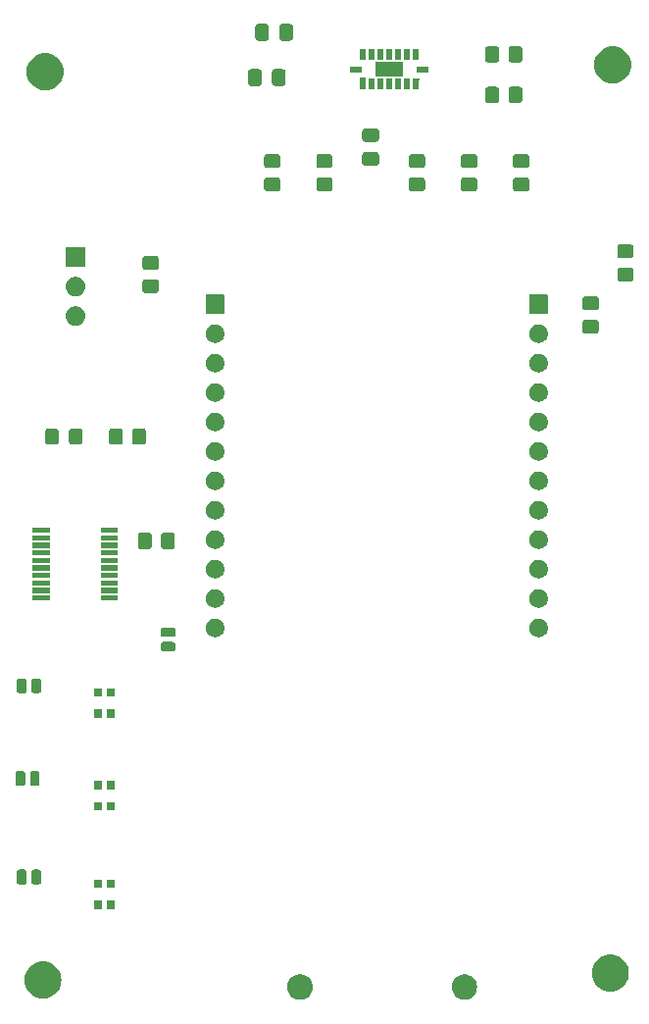
<source format=gbr>
%TF.GenerationSoftware,KiCad,Pcbnew,8.0.7-8.0.7-0~ubuntu24.04.1*%
%TF.CreationDate,2025-01-10T19:12:34-06:00*%
%TF.ProjectId,edge_human_detection_board,65646765-5f68-4756-9d61-6e5f64657465,rev?*%
%TF.SameCoordinates,Original*%
%TF.FileFunction,Soldermask,Top*%
%TF.FilePolarity,Negative*%
%FSLAX46Y46*%
G04 Gerber Fmt 4.6, Leading zero omitted, Abs format (unit mm)*
G04 Created by KiCad (PCBNEW 8.0.7-8.0.7-0~ubuntu24.04.1) date 2025-01-10 19:12:34*
%MOMM*%
%LPD*%
G01*
G04 APERTURE LIST*
G04 APERTURE END LIST*
G36*
X141701029Y-115941992D02*
G01*
X141890312Y-116015320D01*
X142062898Y-116122181D01*
X142212910Y-116258935D01*
X142335239Y-116420925D01*
X142425719Y-116602634D01*
X142481270Y-116797876D01*
X142500000Y-117000000D01*
X142481270Y-117202124D01*
X142425719Y-117397366D01*
X142335239Y-117579075D01*
X142212910Y-117741065D01*
X142062898Y-117877819D01*
X141890312Y-117984680D01*
X141701029Y-118058008D01*
X141501495Y-118095308D01*
X141298505Y-118095308D01*
X141098971Y-118058008D01*
X140909688Y-117984680D01*
X140737102Y-117877819D01*
X140587090Y-117741065D01*
X140464761Y-117579075D01*
X140374281Y-117397366D01*
X140318730Y-117202124D01*
X140300000Y-117000000D01*
X140318730Y-116797876D01*
X140374281Y-116602634D01*
X140464761Y-116420925D01*
X140587090Y-116258935D01*
X140737102Y-116122181D01*
X140909688Y-116015320D01*
X141098971Y-115941992D01*
X141298505Y-115904692D01*
X141501495Y-115904692D01*
X141701029Y-115941992D01*
G37*
G36*
X155901029Y-115941992D02*
G01*
X156090312Y-116015320D01*
X156262898Y-116122181D01*
X156412910Y-116258935D01*
X156535239Y-116420925D01*
X156625719Y-116602634D01*
X156681270Y-116797876D01*
X156700000Y-117000000D01*
X156681270Y-117202124D01*
X156625719Y-117397366D01*
X156535239Y-117579075D01*
X156412910Y-117741065D01*
X156262898Y-117877819D01*
X156090312Y-117984680D01*
X155901029Y-118058008D01*
X155701495Y-118095308D01*
X155498505Y-118095308D01*
X155298971Y-118058008D01*
X155109688Y-117984680D01*
X154937102Y-117877819D01*
X154787090Y-117741065D01*
X154664761Y-117579075D01*
X154574281Y-117397366D01*
X154518730Y-117202124D01*
X154500000Y-117000000D01*
X154518730Y-116797876D01*
X154574281Y-116602634D01*
X154664761Y-116420925D01*
X154787090Y-116258935D01*
X154937102Y-116122181D01*
X155109688Y-116015320D01*
X155298971Y-115941992D01*
X155498505Y-115904692D01*
X155701495Y-115904692D01*
X155901029Y-115941992D01*
G37*
G36*
X119450295Y-114819699D02*
G01*
X119694427Y-114878310D01*
X119926385Y-114974390D01*
X120140456Y-115105573D01*
X120331371Y-115268629D01*
X120494427Y-115459544D01*
X120625610Y-115673615D01*
X120721690Y-115905573D01*
X120780301Y-116149705D01*
X120800000Y-116400000D01*
X120780301Y-116650295D01*
X120721690Y-116894427D01*
X120625610Y-117126385D01*
X120494427Y-117340456D01*
X120331371Y-117531371D01*
X120140456Y-117694427D01*
X119926385Y-117825610D01*
X119694427Y-117921690D01*
X119450295Y-117980301D01*
X119200000Y-118000000D01*
X118949705Y-117980301D01*
X118705573Y-117921690D01*
X118473615Y-117825610D01*
X118259544Y-117694427D01*
X118068629Y-117531371D01*
X117905573Y-117340456D01*
X117774390Y-117126385D01*
X117678310Y-116894427D01*
X117619699Y-116650295D01*
X117600000Y-116400000D01*
X117619699Y-116149705D01*
X117678310Y-115905573D01*
X117774390Y-115673615D01*
X117905573Y-115459544D01*
X118068629Y-115268629D01*
X118259544Y-115105573D01*
X118473615Y-114974390D01*
X118705573Y-114878310D01*
X118949705Y-114819699D01*
X119200000Y-114800000D01*
X119450295Y-114819699D01*
G37*
G36*
X168450295Y-114219699D02*
G01*
X168694427Y-114278310D01*
X168926385Y-114374390D01*
X169140456Y-114505573D01*
X169331371Y-114668629D01*
X169494427Y-114859544D01*
X169625610Y-115073615D01*
X169721690Y-115305573D01*
X169780301Y-115549705D01*
X169800000Y-115800000D01*
X169780301Y-116050295D01*
X169721690Y-116294427D01*
X169625610Y-116526385D01*
X169494427Y-116740456D01*
X169331371Y-116931371D01*
X169140456Y-117094427D01*
X168926385Y-117225610D01*
X168694427Y-117321690D01*
X168450295Y-117380301D01*
X168200000Y-117400000D01*
X167949705Y-117380301D01*
X167705573Y-117321690D01*
X167473615Y-117225610D01*
X167259544Y-117094427D01*
X167068629Y-116931371D01*
X166905573Y-116740456D01*
X166774390Y-116526385D01*
X166678310Y-116294427D01*
X166619699Y-116050295D01*
X166600000Y-115800000D01*
X166619699Y-115549705D01*
X166678310Y-115305573D01*
X166774390Y-115073615D01*
X166905573Y-114859544D01*
X167068629Y-114668629D01*
X167259544Y-114505573D01*
X167473615Y-114374390D01*
X167705573Y-114278310D01*
X167949705Y-114219699D01*
X168200000Y-114200000D01*
X168450295Y-114219699D01*
G37*
G36*
X124300000Y-110265000D02*
G01*
X123600000Y-110265000D01*
X123600000Y-109565000D01*
X124300000Y-109565000D01*
X124300000Y-110265000D01*
G37*
G36*
X125400000Y-110265000D02*
G01*
X124700000Y-110265000D01*
X124700000Y-109565000D01*
X125400000Y-109565000D01*
X125400000Y-110265000D01*
G37*
G36*
X124300000Y-108435000D02*
G01*
X123600000Y-108435000D01*
X123600000Y-107735000D01*
X124300000Y-107735000D01*
X124300000Y-108435000D01*
G37*
G36*
X125400000Y-108435000D02*
G01*
X124700000Y-108435000D01*
X124700000Y-107735000D01*
X125400000Y-107735000D01*
X125400000Y-108435000D01*
G37*
G36*
X117661135Y-106875890D02*
G01*
X117728859Y-106921141D01*
X117774110Y-106988865D01*
X117790000Y-107068750D01*
X117790000Y-107931250D01*
X117774110Y-108011135D01*
X117728859Y-108078859D01*
X117661135Y-108124110D01*
X117581250Y-108140000D01*
X117163750Y-108140000D01*
X117083865Y-108124110D01*
X117016141Y-108078859D01*
X116970890Y-108011135D01*
X116955000Y-107931250D01*
X116955000Y-107068750D01*
X116970890Y-106988865D01*
X117016141Y-106921141D01*
X117083865Y-106875890D01*
X117163750Y-106860000D01*
X117581250Y-106860000D01*
X117661135Y-106875890D01*
G37*
G36*
X118916135Y-106875890D02*
G01*
X118983859Y-106921141D01*
X119029110Y-106988865D01*
X119045000Y-107068750D01*
X119045000Y-107931250D01*
X119029110Y-108011135D01*
X118983859Y-108078859D01*
X118916135Y-108124110D01*
X118836250Y-108140000D01*
X118418750Y-108140000D01*
X118338865Y-108124110D01*
X118271141Y-108078859D01*
X118225890Y-108011135D01*
X118210000Y-107931250D01*
X118210000Y-107068750D01*
X118225890Y-106988865D01*
X118271141Y-106921141D01*
X118338865Y-106875890D01*
X118418750Y-106860000D01*
X118836250Y-106860000D01*
X118916135Y-106875890D01*
G37*
G36*
X124300000Y-101765000D02*
G01*
X123600000Y-101765000D01*
X123600000Y-101065000D01*
X124300000Y-101065000D01*
X124300000Y-101765000D01*
G37*
G36*
X125400000Y-101765000D02*
G01*
X124700000Y-101765000D01*
X124700000Y-101065000D01*
X125400000Y-101065000D01*
X125400000Y-101765000D01*
G37*
G36*
X124300000Y-99935000D02*
G01*
X123600000Y-99935000D01*
X123600000Y-99235000D01*
X124300000Y-99235000D01*
X124300000Y-99935000D01*
G37*
G36*
X125400000Y-99935000D02*
G01*
X124700000Y-99935000D01*
X124700000Y-99235000D01*
X125400000Y-99235000D01*
X125400000Y-99935000D01*
G37*
G36*
X117533635Y-98375890D02*
G01*
X117601359Y-98421141D01*
X117646610Y-98488865D01*
X117662500Y-98568750D01*
X117662500Y-99431250D01*
X117646610Y-99511135D01*
X117601359Y-99578859D01*
X117533635Y-99624110D01*
X117453750Y-99640000D01*
X117036250Y-99640000D01*
X116956365Y-99624110D01*
X116888641Y-99578859D01*
X116843390Y-99511135D01*
X116827500Y-99431250D01*
X116827500Y-98568750D01*
X116843390Y-98488865D01*
X116888641Y-98421141D01*
X116956365Y-98375890D01*
X117036250Y-98360000D01*
X117453750Y-98360000D01*
X117533635Y-98375890D01*
G37*
G36*
X118788635Y-98375890D02*
G01*
X118856359Y-98421141D01*
X118901610Y-98488865D01*
X118917500Y-98568750D01*
X118917500Y-99431250D01*
X118901610Y-99511135D01*
X118856359Y-99578859D01*
X118788635Y-99624110D01*
X118708750Y-99640000D01*
X118291250Y-99640000D01*
X118211365Y-99624110D01*
X118143641Y-99578859D01*
X118098390Y-99511135D01*
X118082500Y-99431250D01*
X118082500Y-98568750D01*
X118098390Y-98488865D01*
X118143641Y-98421141D01*
X118211365Y-98375890D01*
X118291250Y-98360000D01*
X118708750Y-98360000D01*
X118788635Y-98375890D01*
G37*
G36*
X124300000Y-93765000D02*
G01*
X123600000Y-93765000D01*
X123600000Y-93065000D01*
X124300000Y-93065000D01*
X124300000Y-93765000D01*
G37*
G36*
X125400000Y-93765000D02*
G01*
X124700000Y-93765000D01*
X124700000Y-93065000D01*
X125400000Y-93065000D01*
X125400000Y-93765000D01*
G37*
G36*
X124300000Y-91935000D02*
G01*
X123600000Y-91935000D01*
X123600000Y-91235000D01*
X124300000Y-91235000D01*
X124300000Y-91935000D01*
G37*
G36*
X125400000Y-91935000D02*
G01*
X124700000Y-91935000D01*
X124700000Y-91235000D01*
X125400000Y-91235000D01*
X125400000Y-91935000D01*
G37*
G36*
X117661135Y-90375890D02*
G01*
X117728859Y-90421141D01*
X117774110Y-90488865D01*
X117790000Y-90568750D01*
X117790000Y-91431250D01*
X117774110Y-91511135D01*
X117728859Y-91578859D01*
X117661135Y-91624110D01*
X117581250Y-91640000D01*
X117163750Y-91640000D01*
X117083865Y-91624110D01*
X117016141Y-91578859D01*
X116970890Y-91511135D01*
X116955000Y-91431250D01*
X116955000Y-90568750D01*
X116970890Y-90488865D01*
X117016141Y-90421141D01*
X117083865Y-90375890D01*
X117163750Y-90360000D01*
X117581250Y-90360000D01*
X117661135Y-90375890D01*
G37*
G36*
X118916135Y-90375890D02*
G01*
X118983859Y-90421141D01*
X119029110Y-90488865D01*
X119045000Y-90568750D01*
X119045000Y-91431250D01*
X119029110Y-91511135D01*
X118983859Y-91578859D01*
X118916135Y-91624110D01*
X118836250Y-91640000D01*
X118418750Y-91640000D01*
X118338865Y-91624110D01*
X118271141Y-91578859D01*
X118225890Y-91511135D01*
X118210000Y-91431250D01*
X118210000Y-90568750D01*
X118225890Y-90488865D01*
X118271141Y-90421141D01*
X118338865Y-90375890D01*
X118418750Y-90360000D01*
X118836250Y-90360000D01*
X118916135Y-90375890D01*
G37*
G36*
X130511135Y-87225890D02*
G01*
X130578859Y-87271141D01*
X130624110Y-87338865D01*
X130640000Y-87418750D01*
X130640000Y-87836250D01*
X130624110Y-87916135D01*
X130578859Y-87983859D01*
X130511135Y-88029110D01*
X130431250Y-88045000D01*
X129568750Y-88045000D01*
X129488865Y-88029110D01*
X129421141Y-87983859D01*
X129375890Y-87916135D01*
X129360000Y-87836250D01*
X129360000Y-87418750D01*
X129375890Y-87338865D01*
X129421141Y-87271141D01*
X129488865Y-87225890D01*
X129568750Y-87210000D01*
X130431250Y-87210000D01*
X130511135Y-87225890D01*
G37*
G36*
X134101952Y-85192727D02*
G01*
X134144848Y-85192727D01*
X134193243Y-85203013D01*
X134240687Y-85208359D01*
X134275180Y-85220428D01*
X134310836Y-85228007D01*
X134362216Y-85250883D01*
X134412314Y-85268413D01*
X134438393Y-85284800D01*
X134465860Y-85297029D01*
X134517077Y-85334240D01*
X134566274Y-85365153D01*
X134583940Y-85382819D01*
X134603146Y-85396773D01*
X134650627Y-85449506D01*
X134694847Y-85493726D01*
X134705018Y-85509913D01*
X134716696Y-85522883D01*
X134756639Y-85592067D01*
X134791587Y-85647686D01*
X134795950Y-85660157D01*
X134801541Y-85669840D01*
X134830179Y-85757977D01*
X134851641Y-85819313D01*
X134852454Y-85826532D01*
X134853982Y-85831234D01*
X134867821Y-85962915D01*
X134872000Y-86000000D01*
X134867821Y-86037087D01*
X134853982Y-86168765D01*
X134852454Y-86173465D01*
X134851641Y-86180687D01*
X134830174Y-86242035D01*
X134801541Y-86330159D01*
X134795951Y-86339839D01*
X134791587Y-86352314D01*
X134756632Y-86407944D01*
X134716696Y-86477116D01*
X134705020Y-86490082D01*
X134694847Y-86506274D01*
X134650618Y-86550502D01*
X134603146Y-86603226D01*
X134583943Y-86617177D01*
X134566274Y-86634847D01*
X134517067Y-86665765D01*
X134465860Y-86702970D01*
X134438399Y-86715196D01*
X134412314Y-86731587D01*
X134362206Y-86749120D01*
X134310836Y-86771992D01*
X134275185Y-86779569D01*
X134240687Y-86791641D01*
X134193240Y-86796987D01*
X134144848Y-86807273D01*
X134101952Y-86807273D01*
X134060000Y-86812000D01*
X134018048Y-86807273D01*
X133975152Y-86807273D01*
X133926758Y-86796986D01*
X133879313Y-86791641D01*
X133844815Y-86779569D01*
X133809163Y-86771992D01*
X133757789Y-86749118D01*
X133707686Y-86731587D01*
X133681603Y-86715198D01*
X133654139Y-86702970D01*
X133602925Y-86665761D01*
X133553726Y-86634847D01*
X133536058Y-86617179D01*
X133516853Y-86603226D01*
X133469371Y-86550492D01*
X133425153Y-86506274D01*
X133414981Y-86490086D01*
X133403303Y-86477116D01*
X133363355Y-86407924D01*
X133328413Y-86352314D01*
X133324049Y-86339844D01*
X133318458Y-86330159D01*
X133289811Y-86241995D01*
X133268359Y-86180687D01*
X133267545Y-86173470D01*
X133266017Y-86168765D01*
X133252163Y-86036955D01*
X133248000Y-86000000D01*
X133252163Y-85963047D01*
X133266017Y-85831234D01*
X133267546Y-85826528D01*
X133268359Y-85819313D01*
X133289806Y-85758017D01*
X133318458Y-85669840D01*
X133324050Y-85660153D01*
X133328413Y-85647686D01*
X133363348Y-85592086D01*
X133403303Y-85522883D01*
X133414983Y-85509910D01*
X133425153Y-85493726D01*
X133469362Y-85449516D01*
X133516853Y-85396773D01*
X133536062Y-85382816D01*
X133553726Y-85365153D01*
X133602919Y-85334242D01*
X133654140Y-85297029D01*
X133681606Y-85284799D01*
X133707686Y-85268413D01*
X133757780Y-85250884D01*
X133809163Y-85228007D01*
X133844820Y-85220428D01*
X133879313Y-85208359D01*
X133926755Y-85203013D01*
X133975152Y-85192727D01*
X134018048Y-85192727D01*
X134060000Y-85188000D01*
X134101952Y-85192727D01*
G37*
G36*
X162041952Y-85192727D02*
G01*
X162084848Y-85192727D01*
X162133243Y-85203013D01*
X162180687Y-85208359D01*
X162215180Y-85220428D01*
X162250836Y-85228007D01*
X162302216Y-85250883D01*
X162352314Y-85268413D01*
X162378393Y-85284800D01*
X162405860Y-85297029D01*
X162457077Y-85334240D01*
X162506274Y-85365153D01*
X162523940Y-85382819D01*
X162543146Y-85396773D01*
X162590627Y-85449506D01*
X162634847Y-85493726D01*
X162645018Y-85509913D01*
X162656696Y-85522883D01*
X162696639Y-85592067D01*
X162731587Y-85647686D01*
X162735950Y-85660157D01*
X162741541Y-85669840D01*
X162770179Y-85757977D01*
X162791641Y-85819313D01*
X162792454Y-85826532D01*
X162793982Y-85831234D01*
X162807821Y-85962915D01*
X162812000Y-86000000D01*
X162807821Y-86037087D01*
X162793982Y-86168765D01*
X162792454Y-86173465D01*
X162791641Y-86180687D01*
X162770174Y-86242035D01*
X162741541Y-86330159D01*
X162735951Y-86339839D01*
X162731587Y-86352314D01*
X162696632Y-86407944D01*
X162656696Y-86477116D01*
X162645020Y-86490082D01*
X162634847Y-86506274D01*
X162590618Y-86550502D01*
X162543146Y-86603226D01*
X162523943Y-86617177D01*
X162506274Y-86634847D01*
X162457067Y-86665765D01*
X162405860Y-86702970D01*
X162378399Y-86715196D01*
X162352314Y-86731587D01*
X162302206Y-86749120D01*
X162250836Y-86771992D01*
X162215185Y-86779569D01*
X162180687Y-86791641D01*
X162133240Y-86796987D01*
X162084848Y-86807273D01*
X162041952Y-86807273D01*
X162000000Y-86812000D01*
X161958048Y-86807273D01*
X161915152Y-86807273D01*
X161866758Y-86796986D01*
X161819313Y-86791641D01*
X161784815Y-86779569D01*
X161749163Y-86771992D01*
X161697789Y-86749118D01*
X161647686Y-86731587D01*
X161621603Y-86715198D01*
X161594139Y-86702970D01*
X161542925Y-86665761D01*
X161493726Y-86634847D01*
X161476058Y-86617179D01*
X161456853Y-86603226D01*
X161409371Y-86550492D01*
X161365153Y-86506274D01*
X161354981Y-86490086D01*
X161343303Y-86477116D01*
X161303355Y-86407924D01*
X161268413Y-86352314D01*
X161264049Y-86339844D01*
X161258458Y-86330159D01*
X161229811Y-86241995D01*
X161208359Y-86180687D01*
X161207545Y-86173470D01*
X161206017Y-86168765D01*
X161192163Y-86036955D01*
X161188000Y-86000000D01*
X161192163Y-85963047D01*
X161206017Y-85831234D01*
X161207546Y-85826528D01*
X161208359Y-85819313D01*
X161229806Y-85758017D01*
X161258458Y-85669840D01*
X161264050Y-85660153D01*
X161268413Y-85647686D01*
X161303348Y-85592086D01*
X161343303Y-85522883D01*
X161354983Y-85509910D01*
X161365153Y-85493726D01*
X161409362Y-85449516D01*
X161456853Y-85396773D01*
X161476062Y-85382816D01*
X161493726Y-85365153D01*
X161542919Y-85334242D01*
X161594140Y-85297029D01*
X161621606Y-85284799D01*
X161647686Y-85268413D01*
X161697780Y-85250884D01*
X161749163Y-85228007D01*
X161784820Y-85220428D01*
X161819313Y-85208359D01*
X161866755Y-85203013D01*
X161915152Y-85192727D01*
X161958048Y-85192727D01*
X162000000Y-85188000D01*
X162041952Y-85192727D01*
G37*
G36*
X130511135Y-85970890D02*
G01*
X130578859Y-86016141D01*
X130624110Y-86083865D01*
X130640000Y-86163750D01*
X130640000Y-86581250D01*
X130624110Y-86661135D01*
X130578859Y-86728859D01*
X130511135Y-86774110D01*
X130431250Y-86790000D01*
X129568750Y-86790000D01*
X129488865Y-86774110D01*
X129421141Y-86728859D01*
X129375890Y-86661135D01*
X129360000Y-86581250D01*
X129360000Y-86163750D01*
X129375890Y-86083865D01*
X129421141Y-86016141D01*
X129488865Y-85970890D01*
X129568750Y-85955000D01*
X130431250Y-85955000D01*
X130511135Y-85970890D01*
G37*
G36*
X134101952Y-82652727D02*
G01*
X134144848Y-82652727D01*
X134193243Y-82663013D01*
X134240687Y-82668359D01*
X134275180Y-82680428D01*
X134310836Y-82688007D01*
X134362216Y-82710883D01*
X134412314Y-82728413D01*
X134438393Y-82744800D01*
X134465860Y-82757029D01*
X134517077Y-82794240D01*
X134566274Y-82825153D01*
X134583940Y-82842819D01*
X134603146Y-82856773D01*
X134650627Y-82909506D01*
X134694847Y-82953726D01*
X134705018Y-82969913D01*
X134716696Y-82982883D01*
X134756639Y-83052067D01*
X134791587Y-83107686D01*
X134795950Y-83120157D01*
X134801541Y-83129840D01*
X134830179Y-83217977D01*
X134851641Y-83279313D01*
X134852454Y-83286532D01*
X134853982Y-83291234D01*
X134867821Y-83422915D01*
X134872000Y-83460000D01*
X134867821Y-83497087D01*
X134853982Y-83628765D01*
X134852454Y-83633465D01*
X134851641Y-83640687D01*
X134830174Y-83702035D01*
X134801541Y-83790159D01*
X134795951Y-83799839D01*
X134791587Y-83812314D01*
X134756632Y-83867944D01*
X134716696Y-83937116D01*
X134705020Y-83950082D01*
X134694847Y-83966274D01*
X134650618Y-84010502D01*
X134603146Y-84063226D01*
X134583943Y-84077177D01*
X134566274Y-84094847D01*
X134517067Y-84125765D01*
X134465860Y-84162970D01*
X134438399Y-84175196D01*
X134412314Y-84191587D01*
X134362206Y-84209120D01*
X134310836Y-84231992D01*
X134275185Y-84239569D01*
X134240687Y-84251641D01*
X134193240Y-84256987D01*
X134144848Y-84267273D01*
X134101952Y-84267273D01*
X134060000Y-84272000D01*
X134018048Y-84267273D01*
X133975152Y-84267273D01*
X133926758Y-84256986D01*
X133879313Y-84251641D01*
X133844815Y-84239569D01*
X133809163Y-84231992D01*
X133757789Y-84209118D01*
X133707686Y-84191587D01*
X133681603Y-84175198D01*
X133654139Y-84162970D01*
X133602925Y-84125761D01*
X133553726Y-84094847D01*
X133536058Y-84077179D01*
X133516853Y-84063226D01*
X133469371Y-84010492D01*
X133425153Y-83966274D01*
X133414981Y-83950086D01*
X133403303Y-83937116D01*
X133363355Y-83867924D01*
X133328413Y-83812314D01*
X133324049Y-83799844D01*
X133318458Y-83790159D01*
X133289811Y-83701995D01*
X133268359Y-83640687D01*
X133267545Y-83633470D01*
X133266017Y-83628765D01*
X133252163Y-83496955D01*
X133248000Y-83460000D01*
X133252163Y-83423047D01*
X133266017Y-83291234D01*
X133267546Y-83286528D01*
X133268359Y-83279313D01*
X133289806Y-83218017D01*
X133318458Y-83129840D01*
X133324050Y-83120153D01*
X133328413Y-83107686D01*
X133363348Y-83052086D01*
X133403303Y-82982883D01*
X133414983Y-82969910D01*
X133425153Y-82953726D01*
X133469362Y-82909516D01*
X133516853Y-82856773D01*
X133536062Y-82842816D01*
X133553726Y-82825153D01*
X133602919Y-82794242D01*
X133654140Y-82757029D01*
X133681606Y-82744799D01*
X133707686Y-82728413D01*
X133757780Y-82710884D01*
X133809163Y-82688007D01*
X133844820Y-82680428D01*
X133879313Y-82668359D01*
X133926755Y-82663013D01*
X133975152Y-82652727D01*
X134018048Y-82652727D01*
X134060000Y-82648000D01*
X134101952Y-82652727D01*
G37*
G36*
X162041952Y-82652727D02*
G01*
X162084848Y-82652727D01*
X162133243Y-82663013D01*
X162180687Y-82668359D01*
X162215180Y-82680428D01*
X162250836Y-82688007D01*
X162302216Y-82710883D01*
X162352314Y-82728413D01*
X162378393Y-82744800D01*
X162405860Y-82757029D01*
X162457077Y-82794240D01*
X162506274Y-82825153D01*
X162523940Y-82842819D01*
X162543146Y-82856773D01*
X162590627Y-82909506D01*
X162634847Y-82953726D01*
X162645018Y-82969913D01*
X162656696Y-82982883D01*
X162696639Y-83052067D01*
X162731587Y-83107686D01*
X162735950Y-83120157D01*
X162741541Y-83129840D01*
X162770179Y-83217977D01*
X162791641Y-83279313D01*
X162792454Y-83286532D01*
X162793982Y-83291234D01*
X162807821Y-83422915D01*
X162812000Y-83460000D01*
X162807821Y-83497087D01*
X162793982Y-83628765D01*
X162792454Y-83633465D01*
X162791641Y-83640687D01*
X162770174Y-83702035D01*
X162741541Y-83790159D01*
X162735951Y-83799839D01*
X162731587Y-83812314D01*
X162696632Y-83867944D01*
X162656696Y-83937116D01*
X162645020Y-83950082D01*
X162634847Y-83966274D01*
X162590618Y-84010502D01*
X162543146Y-84063226D01*
X162523943Y-84077177D01*
X162506274Y-84094847D01*
X162457067Y-84125765D01*
X162405860Y-84162970D01*
X162378399Y-84175196D01*
X162352314Y-84191587D01*
X162302206Y-84209120D01*
X162250836Y-84231992D01*
X162215185Y-84239569D01*
X162180687Y-84251641D01*
X162133240Y-84256987D01*
X162084848Y-84267273D01*
X162041952Y-84267273D01*
X162000000Y-84272000D01*
X161958048Y-84267273D01*
X161915152Y-84267273D01*
X161866758Y-84256986D01*
X161819313Y-84251641D01*
X161784815Y-84239569D01*
X161749163Y-84231992D01*
X161697789Y-84209118D01*
X161647686Y-84191587D01*
X161621603Y-84175198D01*
X161594139Y-84162970D01*
X161542925Y-84125761D01*
X161493726Y-84094847D01*
X161476058Y-84077179D01*
X161456853Y-84063226D01*
X161409371Y-84010492D01*
X161365153Y-83966274D01*
X161354981Y-83950086D01*
X161343303Y-83937116D01*
X161303355Y-83867924D01*
X161268413Y-83812314D01*
X161264049Y-83799844D01*
X161258458Y-83790159D01*
X161229811Y-83701995D01*
X161208359Y-83640687D01*
X161207545Y-83633470D01*
X161206017Y-83628765D01*
X161192163Y-83496955D01*
X161188000Y-83460000D01*
X161192163Y-83423047D01*
X161206017Y-83291234D01*
X161207546Y-83286528D01*
X161208359Y-83279313D01*
X161229806Y-83218017D01*
X161258458Y-83129840D01*
X161264050Y-83120153D01*
X161268413Y-83107686D01*
X161303348Y-83052086D01*
X161343303Y-82982883D01*
X161354983Y-82969910D01*
X161365153Y-82953726D01*
X161409362Y-82909516D01*
X161456853Y-82856773D01*
X161476062Y-82842816D01*
X161493726Y-82825153D01*
X161542919Y-82794242D01*
X161594140Y-82757029D01*
X161621606Y-82744799D01*
X161647686Y-82728413D01*
X161697780Y-82710884D01*
X161749163Y-82688007D01*
X161784820Y-82680428D01*
X161819313Y-82668359D01*
X161866755Y-82663013D01*
X161915152Y-82652727D01*
X161958048Y-82652727D01*
X162000000Y-82648000D01*
X162041952Y-82652727D01*
G37*
G36*
X119799500Y-83650000D02*
G01*
X118324500Y-83650000D01*
X118324500Y-83200000D01*
X119799500Y-83200000D01*
X119799500Y-83650000D01*
G37*
G36*
X125675500Y-83650000D02*
G01*
X124200500Y-83650000D01*
X124200500Y-83200000D01*
X125675500Y-83200000D01*
X125675500Y-83650000D01*
G37*
G36*
X119799500Y-83000000D02*
G01*
X118324500Y-83000000D01*
X118324500Y-82550000D01*
X119799500Y-82550000D01*
X119799500Y-83000000D01*
G37*
G36*
X125675500Y-83000000D02*
G01*
X124200500Y-83000000D01*
X124200500Y-82550000D01*
X125675500Y-82550000D01*
X125675500Y-83000000D01*
G37*
G36*
X119799500Y-82350000D02*
G01*
X118324500Y-82350000D01*
X118324500Y-81900000D01*
X119799500Y-81900000D01*
X119799500Y-82350000D01*
G37*
G36*
X125675500Y-82350000D02*
G01*
X124200500Y-82350000D01*
X124200500Y-81900000D01*
X125675500Y-81900000D01*
X125675500Y-82350000D01*
G37*
G36*
X134101952Y-80112727D02*
G01*
X134144848Y-80112727D01*
X134193243Y-80123013D01*
X134240687Y-80128359D01*
X134275180Y-80140428D01*
X134310836Y-80148007D01*
X134362216Y-80170883D01*
X134412314Y-80188413D01*
X134438393Y-80204800D01*
X134465860Y-80217029D01*
X134517077Y-80254240D01*
X134566274Y-80285153D01*
X134583940Y-80302819D01*
X134603146Y-80316773D01*
X134650627Y-80369506D01*
X134694847Y-80413726D01*
X134705018Y-80429913D01*
X134716696Y-80442883D01*
X134756639Y-80512067D01*
X134791587Y-80567686D01*
X134795950Y-80580157D01*
X134801541Y-80589840D01*
X134830179Y-80677977D01*
X134851641Y-80739313D01*
X134852454Y-80746532D01*
X134853982Y-80751234D01*
X134867821Y-80882915D01*
X134872000Y-80920000D01*
X134867821Y-80957087D01*
X134853982Y-81088765D01*
X134852454Y-81093465D01*
X134851641Y-81100687D01*
X134830174Y-81162035D01*
X134801541Y-81250159D01*
X134795951Y-81259839D01*
X134791587Y-81272314D01*
X134756632Y-81327944D01*
X134716696Y-81397116D01*
X134705020Y-81410082D01*
X134694847Y-81426274D01*
X134650618Y-81470502D01*
X134603146Y-81523226D01*
X134583943Y-81537177D01*
X134566274Y-81554847D01*
X134517067Y-81585765D01*
X134465860Y-81622970D01*
X134438399Y-81635196D01*
X134412314Y-81651587D01*
X134362206Y-81669120D01*
X134310836Y-81691992D01*
X134275185Y-81699569D01*
X134240687Y-81711641D01*
X134193240Y-81716987D01*
X134144848Y-81727273D01*
X134101952Y-81727273D01*
X134060000Y-81732000D01*
X134018048Y-81727273D01*
X133975152Y-81727273D01*
X133926758Y-81716986D01*
X133879313Y-81711641D01*
X133844815Y-81699569D01*
X133809163Y-81691992D01*
X133757789Y-81669118D01*
X133707686Y-81651587D01*
X133681603Y-81635198D01*
X133654139Y-81622970D01*
X133602925Y-81585761D01*
X133553726Y-81554847D01*
X133536058Y-81537179D01*
X133516853Y-81523226D01*
X133469371Y-81470492D01*
X133425153Y-81426274D01*
X133414981Y-81410086D01*
X133403303Y-81397116D01*
X133363355Y-81327924D01*
X133328413Y-81272314D01*
X133324049Y-81259844D01*
X133318458Y-81250159D01*
X133289811Y-81161995D01*
X133268359Y-81100687D01*
X133267545Y-81093470D01*
X133266017Y-81088765D01*
X133252163Y-80956955D01*
X133248000Y-80920000D01*
X133252163Y-80883047D01*
X133266017Y-80751234D01*
X133267546Y-80746528D01*
X133268359Y-80739313D01*
X133289806Y-80678017D01*
X133318458Y-80589840D01*
X133324050Y-80580153D01*
X133328413Y-80567686D01*
X133363348Y-80512086D01*
X133403303Y-80442883D01*
X133414983Y-80429910D01*
X133425153Y-80413726D01*
X133469362Y-80369516D01*
X133516853Y-80316773D01*
X133536062Y-80302816D01*
X133553726Y-80285153D01*
X133602919Y-80254242D01*
X133654140Y-80217029D01*
X133681606Y-80204799D01*
X133707686Y-80188413D01*
X133757780Y-80170884D01*
X133809163Y-80148007D01*
X133844820Y-80140428D01*
X133879313Y-80128359D01*
X133926755Y-80123013D01*
X133975152Y-80112727D01*
X134018048Y-80112727D01*
X134060000Y-80108000D01*
X134101952Y-80112727D01*
G37*
G36*
X162041952Y-80112727D02*
G01*
X162084848Y-80112727D01*
X162133243Y-80123013D01*
X162180687Y-80128359D01*
X162215180Y-80140428D01*
X162250836Y-80148007D01*
X162302216Y-80170883D01*
X162352314Y-80188413D01*
X162378393Y-80204800D01*
X162405860Y-80217029D01*
X162457077Y-80254240D01*
X162506274Y-80285153D01*
X162523940Y-80302819D01*
X162543146Y-80316773D01*
X162590627Y-80369506D01*
X162634847Y-80413726D01*
X162645018Y-80429913D01*
X162656696Y-80442883D01*
X162696639Y-80512067D01*
X162731587Y-80567686D01*
X162735950Y-80580157D01*
X162741541Y-80589840D01*
X162770179Y-80677977D01*
X162791641Y-80739313D01*
X162792454Y-80746532D01*
X162793982Y-80751234D01*
X162807821Y-80882915D01*
X162812000Y-80920000D01*
X162807821Y-80957087D01*
X162793982Y-81088765D01*
X162792454Y-81093465D01*
X162791641Y-81100687D01*
X162770174Y-81162035D01*
X162741541Y-81250159D01*
X162735951Y-81259839D01*
X162731587Y-81272314D01*
X162696632Y-81327944D01*
X162656696Y-81397116D01*
X162645020Y-81410082D01*
X162634847Y-81426274D01*
X162590618Y-81470502D01*
X162543146Y-81523226D01*
X162523943Y-81537177D01*
X162506274Y-81554847D01*
X162457067Y-81585765D01*
X162405860Y-81622970D01*
X162378399Y-81635196D01*
X162352314Y-81651587D01*
X162302206Y-81669120D01*
X162250836Y-81691992D01*
X162215185Y-81699569D01*
X162180687Y-81711641D01*
X162133240Y-81716987D01*
X162084848Y-81727273D01*
X162041952Y-81727273D01*
X162000000Y-81732000D01*
X161958048Y-81727273D01*
X161915152Y-81727273D01*
X161866758Y-81716986D01*
X161819313Y-81711641D01*
X161784815Y-81699569D01*
X161749163Y-81691992D01*
X161697789Y-81669118D01*
X161647686Y-81651587D01*
X161621603Y-81635198D01*
X161594139Y-81622970D01*
X161542925Y-81585761D01*
X161493726Y-81554847D01*
X161476058Y-81537179D01*
X161456853Y-81523226D01*
X161409371Y-81470492D01*
X161365153Y-81426274D01*
X161354981Y-81410086D01*
X161343303Y-81397116D01*
X161303355Y-81327924D01*
X161268413Y-81272314D01*
X161264049Y-81259844D01*
X161258458Y-81250159D01*
X161229811Y-81161995D01*
X161208359Y-81100687D01*
X161207545Y-81093470D01*
X161206017Y-81088765D01*
X161192163Y-80956955D01*
X161188000Y-80920000D01*
X161192163Y-80883047D01*
X161206017Y-80751234D01*
X161207546Y-80746528D01*
X161208359Y-80739313D01*
X161229806Y-80678017D01*
X161258458Y-80589840D01*
X161264050Y-80580153D01*
X161268413Y-80567686D01*
X161303348Y-80512086D01*
X161343303Y-80442883D01*
X161354983Y-80429910D01*
X161365153Y-80413726D01*
X161409362Y-80369516D01*
X161456853Y-80316773D01*
X161476062Y-80302816D01*
X161493726Y-80285153D01*
X161542919Y-80254242D01*
X161594140Y-80217029D01*
X161621606Y-80204799D01*
X161647686Y-80188413D01*
X161697780Y-80170884D01*
X161749163Y-80148007D01*
X161784820Y-80140428D01*
X161819313Y-80128359D01*
X161866755Y-80123013D01*
X161915152Y-80112727D01*
X161958048Y-80112727D01*
X162000000Y-80108000D01*
X162041952Y-80112727D01*
G37*
G36*
X119799500Y-81700000D02*
G01*
X118324500Y-81700000D01*
X118324500Y-81250000D01*
X119799500Y-81250000D01*
X119799500Y-81700000D01*
G37*
G36*
X125675500Y-81700000D02*
G01*
X124200500Y-81700000D01*
X124200500Y-81250000D01*
X125675500Y-81250000D01*
X125675500Y-81700000D01*
G37*
G36*
X119799500Y-81050000D02*
G01*
X118324500Y-81050000D01*
X118324500Y-80600000D01*
X119799500Y-80600000D01*
X119799500Y-81050000D01*
G37*
G36*
X125675500Y-81050000D02*
G01*
X124200500Y-81050000D01*
X124200500Y-80600000D01*
X125675500Y-80600000D01*
X125675500Y-81050000D01*
G37*
G36*
X119799500Y-80400000D02*
G01*
X118324500Y-80400000D01*
X118324500Y-79950000D01*
X119799500Y-79950000D01*
X119799500Y-80400000D01*
G37*
G36*
X125675500Y-80400000D02*
G01*
X124200500Y-80400000D01*
X124200500Y-79950000D01*
X125675500Y-79950000D01*
X125675500Y-80400000D01*
G37*
G36*
X119799500Y-79750000D02*
G01*
X118324500Y-79750000D01*
X118324500Y-79300000D01*
X119799500Y-79300000D01*
X119799500Y-79750000D01*
G37*
G36*
X125675500Y-79750000D02*
G01*
X124200500Y-79750000D01*
X124200500Y-79300000D01*
X125675500Y-79300000D01*
X125675500Y-79750000D01*
G37*
G36*
X128354116Y-77800818D02*
G01*
X128405379Y-77806766D01*
X128422892Y-77814499D01*
X128445671Y-77819030D01*
X128470057Y-77835324D01*
X128490788Y-77844478D01*
X128504946Y-77858636D01*
X128526777Y-77873223D01*
X128541363Y-77895053D01*
X128555521Y-77909211D01*
X128564673Y-77929939D01*
X128580970Y-77954329D01*
X128585501Y-77977109D01*
X128593233Y-77994620D01*
X128599178Y-78045872D01*
X128600000Y-78050000D01*
X128600000Y-78950000D01*
X128599178Y-78954128D01*
X128593233Y-79005379D01*
X128585501Y-79022888D01*
X128580970Y-79045671D01*
X128564672Y-79070062D01*
X128555521Y-79090788D01*
X128541365Y-79104943D01*
X128526777Y-79126777D01*
X128504943Y-79141365D01*
X128490788Y-79155521D01*
X128470062Y-79164672D01*
X128445671Y-79180970D01*
X128422888Y-79185501D01*
X128405379Y-79193233D01*
X128354129Y-79199178D01*
X128350000Y-79200000D01*
X127650000Y-79200000D01*
X127645873Y-79199179D01*
X127594620Y-79193233D01*
X127577109Y-79185501D01*
X127554329Y-79180970D01*
X127529939Y-79164673D01*
X127509211Y-79155521D01*
X127495053Y-79141363D01*
X127473223Y-79126777D01*
X127458636Y-79104946D01*
X127444478Y-79090788D01*
X127435324Y-79070057D01*
X127419030Y-79045671D01*
X127414499Y-79022892D01*
X127406766Y-79005379D01*
X127400818Y-78954117D01*
X127400000Y-78950000D01*
X127400000Y-78050000D01*
X127400818Y-78045885D01*
X127406766Y-77994620D01*
X127414499Y-77977105D01*
X127419030Y-77954329D01*
X127435323Y-77929944D01*
X127444478Y-77909211D01*
X127458638Y-77895050D01*
X127473223Y-77873223D01*
X127495050Y-77858638D01*
X127509211Y-77844478D01*
X127529944Y-77835323D01*
X127554329Y-77819030D01*
X127577105Y-77814499D01*
X127594620Y-77806766D01*
X127645884Y-77800818D01*
X127650000Y-77800000D01*
X128350000Y-77800000D01*
X128354116Y-77800818D01*
G37*
G36*
X130354116Y-77800818D02*
G01*
X130405379Y-77806766D01*
X130422892Y-77814499D01*
X130445671Y-77819030D01*
X130470057Y-77835324D01*
X130490788Y-77844478D01*
X130504946Y-77858636D01*
X130526777Y-77873223D01*
X130541363Y-77895053D01*
X130555521Y-77909211D01*
X130564673Y-77929939D01*
X130580970Y-77954329D01*
X130585501Y-77977109D01*
X130593233Y-77994620D01*
X130599178Y-78045872D01*
X130600000Y-78050000D01*
X130600000Y-78950000D01*
X130599178Y-78954128D01*
X130593233Y-79005379D01*
X130585501Y-79022888D01*
X130580970Y-79045671D01*
X130564672Y-79070062D01*
X130555521Y-79090788D01*
X130541365Y-79104943D01*
X130526777Y-79126777D01*
X130504943Y-79141365D01*
X130490788Y-79155521D01*
X130470062Y-79164672D01*
X130445671Y-79180970D01*
X130422888Y-79185501D01*
X130405379Y-79193233D01*
X130354129Y-79199178D01*
X130350000Y-79200000D01*
X129650000Y-79200000D01*
X129645873Y-79199179D01*
X129594620Y-79193233D01*
X129577109Y-79185501D01*
X129554329Y-79180970D01*
X129529939Y-79164673D01*
X129509211Y-79155521D01*
X129495053Y-79141363D01*
X129473223Y-79126777D01*
X129458636Y-79104946D01*
X129444478Y-79090788D01*
X129435324Y-79070057D01*
X129419030Y-79045671D01*
X129414499Y-79022892D01*
X129406766Y-79005379D01*
X129400818Y-78954117D01*
X129400000Y-78950000D01*
X129400000Y-78050000D01*
X129400818Y-78045885D01*
X129406766Y-77994620D01*
X129414499Y-77977105D01*
X129419030Y-77954329D01*
X129435323Y-77929944D01*
X129444478Y-77909211D01*
X129458638Y-77895050D01*
X129473223Y-77873223D01*
X129495050Y-77858638D01*
X129509211Y-77844478D01*
X129529944Y-77835323D01*
X129554329Y-77819030D01*
X129577105Y-77814499D01*
X129594620Y-77806766D01*
X129645884Y-77800818D01*
X129650000Y-77800000D01*
X130350000Y-77800000D01*
X130354116Y-77800818D01*
G37*
G36*
X134101952Y-77572727D02*
G01*
X134144848Y-77572727D01*
X134193243Y-77583013D01*
X134240687Y-77588359D01*
X134275180Y-77600428D01*
X134310836Y-77608007D01*
X134362216Y-77630883D01*
X134412314Y-77648413D01*
X134438393Y-77664800D01*
X134465860Y-77677029D01*
X134517077Y-77714240D01*
X134566274Y-77745153D01*
X134583940Y-77762819D01*
X134603146Y-77776773D01*
X134650627Y-77829506D01*
X134694847Y-77873726D01*
X134705018Y-77889913D01*
X134716696Y-77902883D01*
X134756639Y-77972067D01*
X134791587Y-78027686D01*
X134795950Y-78040157D01*
X134801541Y-78049840D01*
X134830179Y-78137977D01*
X134851641Y-78199313D01*
X134852454Y-78206532D01*
X134853982Y-78211234D01*
X134867821Y-78342915D01*
X134872000Y-78380000D01*
X134867821Y-78417087D01*
X134853982Y-78548765D01*
X134852454Y-78553465D01*
X134851641Y-78560687D01*
X134830174Y-78622035D01*
X134801541Y-78710159D01*
X134795951Y-78719839D01*
X134791587Y-78732314D01*
X134756632Y-78787944D01*
X134716696Y-78857116D01*
X134705020Y-78870082D01*
X134694847Y-78886274D01*
X134650618Y-78930502D01*
X134603146Y-78983226D01*
X134583943Y-78997177D01*
X134566274Y-79014847D01*
X134517067Y-79045765D01*
X134465860Y-79082970D01*
X134438399Y-79095196D01*
X134412314Y-79111587D01*
X134362206Y-79129120D01*
X134310836Y-79151992D01*
X134275185Y-79159569D01*
X134240687Y-79171641D01*
X134193240Y-79176987D01*
X134144848Y-79187273D01*
X134101952Y-79187273D01*
X134060000Y-79192000D01*
X134018048Y-79187273D01*
X133975152Y-79187273D01*
X133926758Y-79176986D01*
X133879313Y-79171641D01*
X133844815Y-79159569D01*
X133809163Y-79151992D01*
X133757789Y-79129118D01*
X133707686Y-79111587D01*
X133681603Y-79095198D01*
X133654139Y-79082970D01*
X133602925Y-79045761D01*
X133553726Y-79014847D01*
X133536058Y-78997179D01*
X133516853Y-78983226D01*
X133469371Y-78930492D01*
X133425153Y-78886274D01*
X133414981Y-78870086D01*
X133403303Y-78857116D01*
X133363355Y-78787924D01*
X133328413Y-78732314D01*
X133324049Y-78719844D01*
X133318458Y-78710159D01*
X133289811Y-78621995D01*
X133268359Y-78560687D01*
X133267545Y-78553470D01*
X133266017Y-78548765D01*
X133252163Y-78416955D01*
X133248000Y-78380000D01*
X133252163Y-78343047D01*
X133266017Y-78211234D01*
X133267546Y-78206528D01*
X133268359Y-78199313D01*
X133289806Y-78138017D01*
X133318458Y-78049840D01*
X133324050Y-78040153D01*
X133328413Y-78027686D01*
X133363348Y-77972086D01*
X133403303Y-77902883D01*
X133414983Y-77889910D01*
X133425153Y-77873726D01*
X133469362Y-77829516D01*
X133516853Y-77776773D01*
X133536062Y-77762816D01*
X133553726Y-77745153D01*
X133602919Y-77714242D01*
X133654140Y-77677029D01*
X133681606Y-77664799D01*
X133707686Y-77648413D01*
X133757780Y-77630884D01*
X133809163Y-77608007D01*
X133844820Y-77600428D01*
X133879313Y-77588359D01*
X133926755Y-77583013D01*
X133975152Y-77572727D01*
X134018048Y-77572727D01*
X134060000Y-77568000D01*
X134101952Y-77572727D01*
G37*
G36*
X162041952Y-77572727D02*
G01*
X162084848Y-77572727D01*
X162133243Y-77583013D01*
X162180687Y-77588359D01*
X162215180Y-77600428D01*
X162250836Y-77608007D01*
X162302216Y-77630883D01*
X162352314Y-77648413D01*
X162378393Y-77664800D01*
X162405860Y-77677029D01*
X162457077Y-77714240D01*
X162506274Y-77745153D01*
X162523940Y-77762819D01*
X162543146Y-77776773D01*
X162590627Y-77829506D01*
X162634847Y-77873726D01*
X162645018Y-77889913D01*
X162656696Y-77902883D01*
X162696639Y-77972067D01*
X162731587Y-78027686D01*
X162735950Y-78040157D01*
X162741541Y-78049840D01*
X162770179Y-78137977D01*
X162791641Y-78199313D01*
X162792454Y-78206532D01*
X162793982Y-78211234D01*
X162807821Y-78342915D01*
X162812000Y-78380000D01*
X162807821Y-78417087D01*
X162793982Y-78548765D01*
X162792454Y-78553465D01*
X162791641Y-78560687D01*
X162770174Y-78622035D01*
X162741541Y-78710159D01*
X162735951Y-78719839D01*
X162731587Y-78732314D01*
X162696632Y-78787944D01*
X162656696Y-78857116D01*
X162645020Y-78870082D01*
X162634847Y-78886274D01*
X162590618Y-78930502D01*
X162543146Y-78983226D01*
X162523943Y-78997177D01*
X162506274Y-79014847D01*
X162457067Y-79045765D01*
X162405860Y-79082970D01*
X162378399Y-79095196D01*
X162352314Y-79111587D01*
X162302206Y-79129120D01*
X162250836Y-79151992D01*
X162215185Y-79159569D01*
X162180687Y-79171641D01*
X162133240Y-79176987D01*
X162084848Y-79187273D01*
X162041952Y-79187273D01*
X162000000Y-79192000D01*
X161958048Y-79187273D01*
X161915152Y-79187273D01*
X161866758Y-79176986D01*
X161819313Y-79171641D01*
X161784815Y-79159569D01*
X161749163Y-79151992D01*
X161697789Y-79129118D01*
X161647686Y-79111587D01*
X161621603Y-79095198D01*
X161594139Y-79082970D01*
X161542925Y-79045761D01*
X161493726Y-79014847D01*
X161476058Y-78997179D01*
X161456853Y-78983226D01*
X161409371Y-78930492D01*
X161365153Y-78886274D01*
X161354981Y-78870086D01*
X161343303Y-78857116D01*
X161303355Y-78787924D01*
X161268413Y-78732314D01*
X161264049Y-78719844D01*
X161258458Y-78710159D01*
X161229811Y-78621995D01*
X161208359Y-78560687D01*
X161207545Y-78553470D01*
X161206017Y-78548765D01*
X161192163Y-78416955D01*
X161188000Y-78380000D01*
X161192163Y-78343047D01*
X161206017Y-78211234D01*
X161207546Y-78206528D01*
X161208359Y-78199313D01*
X161229806Y-78138017D01*
X161258458Y-78049840D01*
X161264050Y-78040153D01*
X161268413Y-78027686D01*
X161303348Y-77972086D01*
X161343303Y-77902883D01*
X161354983Y-77889910D01*
X161365153Y-77873726D01*
X161409362Y-77829516D01*
X161456853Y-77776773D01*
X161476062Y-77762816D01*
X161493726Y-77745153D01*
X161542919Y-77714242D01*
X161594140Y-77677029D01*
X161621606Y-77664799D01*
X161647686Y-77648413D01*
X161697780Y-77630884D01*
X161749163Y-77608007D01*
X161784820Y-77600428D01*
X161819313Y-77588359D01*
X161866755Y-77583013D01*
X161915152Y-77572727D01*
X161958048Y-77572727D01*
X162000000Y-77568000D01*
X162041952Y-77572727D01*
G37*
G36*
X119799500Y-79100000D02*
G01*
X118324500Y-79100000D01*
X118324500Y-78650000D01*
X119799500Y-78650000D01*
X119799500Y-79100000D01*
G37*
G36*
X125675500Y-79100000D02*
G01*
X124200500Y-79100000D01*
X124200500Y-78650000D01*
X125675500Y-78650000D01*
X125675500Y-79100000D01*
G37*
G36*
X119799500Y-78450000D02*
G01*
X118324500Y-78450000D01*
X118324500Y-78000000D01*
X119799500Y-78000000D01*
X119799500Y-78450000D01*
G37*
G36*
X125675500Y-78450000D02*
G01*
X124200500Y-78450000D01*
X124200500Y-78000000D01*
X125675500Y-78000000D01*
X125675500Y-78450000D01*
G37*
G36*
X119799500Y-77800000D02*
G01*
X118324500Y-77800000D01*
X118324500Y-77350000D01*
X119799500Y-77350000D01*
X119799500Y-77800000D01*
G37*
G36*
X125675500Y-77800000D02*
G01*
X124200500Y-77800000D01*
X124200500Y-77350000D01*
X125675500Y-77350000D01*
X125675500Y-77800000D01*
G37*
G36*
X134101952Y-75032727D02*
G01*
X134144848Y-75032727D01*
X134193243Y-75043013D01*
X134240687Y-75048359D01*
X134275180Y-75060428D01*
X134310836Y-75068007D01*
X134362216Y-75090883D01*
X134412314Y-75108413D01*
X134438393Y-75124800D01*
X134465860Y-75137029D01*
X134517077Y-75174240D01*
X134566274Y-75205153D01*
X134583940Y-75222819D01*
X134603146Y-75236773D01*
X134650627Y-75289506D01*
X134694847Y-75333726D01*
X134705018Y-75349913D01*
X134716696Y-75362883D01*
X134756639Y-75432067D01*
X134791587Y-75487686D01*
X134795950Y-75500157D01*
X134801541Y-75509840D01*
X134830179Y-75597977D01*
X134851641Y-75659313D01*
X134852454Y-75666532D01*
X134853982Y-75671234D01*
X134867821Y-75802915D01*
X134872000Y-75840000D01*
X134867821Y-75877087D01*
X134853982Y-76008765D01*
X134852454Y-76013465D01*
X134851641Y-76020687D01*
X134830174Y-76082035D01*
X134801541Y-76170159D01*
X134795951Y-76179839D01*
X134791587Y-76192314D01*
X134756632Y-76247944D01*
X134716696Y-76317116D01*
X134705020Y-76330082D01*
X134694847Y-76346274D01*
X134650618Y-76390502D01*
X134603146Y-76443226D01*
X134583943Y-76457177D01*
X134566274Y-76474847D01*
X134517067Y-76505765D01*
X134465860Y-76542970D01*
X134438399Y-76555196D01*
X134412314Y-76571587D01*
X134362206Y-76589120D01*
X134310836Y-76611992D01*
X134275185Y-76619569D01*
X134240687Y-76631641D01*
X134193240Y-76636987D01*
X134144848Y-76647273D01*
X134101952Y-76647273D01*
X134060000Y-76652000D01*
X134018048Y-76647273D01*
X133975152Y-76647273D01*
X133926758Y-76636986D01*
X133879313Y-76631641D01*
X133844815Y-76619569D01*
X133809163Y-76611992D01*
X133757789Y-76589118D01*
X133707686Y-76571587D01*
X133681603Y-76555198D01*
X133654139Y-76542970D01*
X133602925Y-76505761D01*
X133553726Y-76474847D01*
X133536058Y-76457179D01*
X133516853Y-76443226D01*
X133469371Y-76390492D01*
X133425153Y-76346274D01*
X133414981Y-76330086D01*
X133403303Y-76317116D01*
X133363355Y-76247924D01*
X133328413Y-76192314D01*
X133324049Y-76179844D01*
X133318458Y-76170159D01*
X133289811Y-76081995D01*
X133268359Y-76020687D01*
X133267545Y-76013470D01*
X133266017Y-76008765D01*
X133252163Y-75876955D01*
X133248000Y-75840000D01*
X133252163Y-75803047D01*
X133266017Y-75671234D01*
X133267546Y-75666528D01*
X133268359Y-75659313D01*
X133289806Y-75598017D01*
X133318458Y-75509840D01*
X133324050Y-75500153D01*
X133328413Y-75487686D01*
X133363348Y-75432086D01*
X133403303Y-75362883D01*
X133414983Y-75349910D01*
X133425153Y-75333726D01*
X133469362Y-75289516D01*
X133516853Y-75236773D01*
X133536062Y-75222816D01*
X133553726Y-75205153D01*
X133602919Y-75174242D01*
X133654140Y-75137029D01*
X133681606Y-75124799D01*
X133707686Y-75108413D01*
X133757780Y-75090884D01*
X133809163Y-75068007D01*
X133844820Y-75060428D01*
X133879313Y-75048359D01*
X133926755Y-75043013D01*
X133975152Y-75032727D01*
X134018048Y-75032727D01*
X134060000Y-75028000D01*
X134101952Y-75032727D01*
G37*
G36*
X162041952Y-75032727D02*
G01*
X162084848Y-75032727D01*
X162133243Y-75043013D01*
X162180687Y-75048359D01*
X162215180Y-75060428D01*
X162250836Y-75068007D01*
X162302216Y-75090883D01*
X162352314Y-75108413D01*
X162378393Y-75124800D01*
X162405860Y-75137029D01*
X162457077Y-75174240D01*
X162506274Y-75205153D01*
X162523940Y-75222819D01*
X162543146Y-75236773D01*
X162590627Y-75289506D01*
X162634847Y-75333726D01*
X162645018Y-75349913D01*
X162656696Y-75362883D01*
X162696639Y-75432067D01*
X162731587Y-75487686D01*
X162735950Y-75500157D01*
X162741541Y-75509840D01*
X162770179Y-75597977D01*
X162791641Y-75659313D01*
X162792454Y-75666532D01*
X162793982Y-75671234D01*
X162807821Y-75802915D01*
X162812000Y-75840000D01*
X162807821Y-75877087D01*
X162793982Y-76008765D01*
X162792454Y-76013465D01*
X162791641Y-76020687D01*
X162770174Y-76082035D01*
X162741541Y-76170159D01*
X162735951Y-76179839D01*
X162731587Y-76192314D01*
X162696632Y-76247944D01*
X162656696Y-76317116D01*
X162645020Y-76330082D01*
X162634847Y-76346274D01*
X162590618Y-76390502D01*
X162543146Y-76443226D01*
X162523943Y-76457177D01*
X162506274Y-76474847D01*
X162457067Y-76505765D01*
X162405860Y-76542970D01*
X162378399Y-76555196D01*
X162352314Y-76571587D01*
X162302206Y-76589120D01*
X162250836Y-76611992D01*
X162215185Y-76619569D01*
X162180687Y-76631641D01*
X162133240Y-76636987D01*
X162084848Y-76647273D01*
X162041952Y-76647273D01*
X162000000Y-76652000D01*
X161958048Y-76647273D01*
X161915152Y-76647273D01*
X161866758Y-76636986D01*
X161819313Y-76631641D01*
X161784815Y-76619569D01*
X161749163Y-76611992D01*
X161697789Y-76589118D01*
X161647686Y-76571587D01*
X161621603Y-76555198D01*
X161594139Y-76542970D01*
X161542925Y-76505761D01*
X161493726Y-76474847D01*
X161476058Y-76457179D01*
X161456853Y-76443226D01*
X161409371Y-76390492D01*
X161365153Y-76346274D01*
X161354981Y-76330086D01*
X161343303Y-76317116D01*
X161303355Y-76247924D01*
X161268413Y-76192314D01*
X161264049Y-76179844D01*
X161258458Y-76170159D01*
X161229811Y-76081995D01*
X161208359Y-76020687D01*
X161207545Y-76013470D01*
X161206017Y-76008765D01*
X161192163Y-75876955D01*
X161188000Y-75840000D01*
X161192163Y-75803047D01*
X161206017Y-75671234D01*
X161207546Y-75666528D01*
X161208359Y-75659313D01*
X161229806Y-75598017D01*
X161258458Y-75509840D01*
X161264050Y-75500153D01*
X161268413Y-75487686D01*
X161303348Y-75432086D01*
X161343303Y-75362883D01*
X161354983Y-75349910D01*
X161365153Y-75333726D01*
X161409362Y-75289516D01*
X161456853Y-75236773D01*
X161476062Y-75222816D01*
X161493726Y-75205153D01*
X161542919Y-75174242D01*
X161594140Y-75137029D01*
X161621606Y-75124799D01*
X161647686Y-75108413D01*
X161697780Y-75090884D01*
X161749163Y-75068007D01*
X161784820Y-75060428D01*
X161819313Y-75048359D01*
X161866755Y-75043013D01*
X161915152Y-75032727D01*
X161958048Y-75032727D01*
X162000000Y-75028000D01*
X162041952Y-75032727D01*
G37*
G36*
X134101952Y-72492727D02*
G01*
X134144848Y-72492727D01*
X134193243Y-72503013D01*
X134240687Y-72508359D01*
X134275180Y-72520428D01*
X134310836Y-72528007D01*
X134362216Y-72550883D01*
X134412314Y-72568413D01*
X134438393Y-72584800D01*
X134465860Y-72597029D01*
X134517077Y-72634240D01*
X134566274Y-72665153D01*
X134583940Y-72682819D01*
X134603146Y-72696773D01*
X134650627Y-72749506D01*
X134694847Y-72793726D01*
X134705018Y-72809913D01*
X134716696Y-72822883D01*
X134756639Y-72892067D01*
X134791587Y-72947686D01*
X134795950Y-72960157D01*
X134801541Y-72969840D01*
X134830179Y-73057977D01*
X134851641Y-73119313D01*
X134852454Y-73126532D01*
X134853982Y-73131234D01*
X134867821Y-73262915D01*
X134872000Y-73300000D01*
X134867821Y-73337087D01*
X134853982Y-73468765D01*
X134852454Y-73473465D01*
X134851641Y-73480687D01*
X134830174Y-73542035D01*
X134801541Y-73630159D01*
X134795951Y-73639839D01*
X134791587Y-73652314D01*
X134756632Y-73707944D01*
X134716696Y-73777116D01*
X134705020Y-73790082D01*
X134694847Y-73806274D01*
X134650618Y-73850502D01*
X134603146Y-73903226D01*
X134583943Y-73917177D01*
X134566274Y-73934847D01*
X134517067Y-73965765D01*
X134465860Y-74002970D01*
X134438399Y-74015196D01*
X134412314Y-74031587D01*
X134362206Y-74049120D01*
X134310836Y-74071992D01*
X134275185Y-74079569D01*
X134240687Y-74091641D01*
X134193240Y-74096987D01*
X134144848Y-74107273D01*
X134101952Y-74107273D01*
X134060000Y-74112000D01*
X134018048Y-74107273D01*
X133975152Y-74107273D01*
X133926758Y-74096986D01*
X133879313Y-74091641D01*
X133844815Y-74079569D01*
X133809163Y-74071992D01*
X133757789Y-74049118D01*
X133707686Y-74031587D01*
X133681603Y-74015198D01*
X133654139Y-74002970D01*
X133602925Y-73965761D01*
X133553726Y-73934847D01*
X133536058Y-73917179D01*
X133516853Y-73903226D01*
X133469371Y-73850492D01*
X133425153Y-73806274D01*
X133414981Y-73790086D01*
X133403303Y-73777116D01*
X133363355Y-73707924D01*
X133328413Y-73652314D01*
X133324049Y-73639844D01*
X133318458Y-73630159D01*
X133289811Y-73541995D01*
X133268359Y-73480687D01*
X133267545Y-73473470D01*
X133266017Y-73468765D01*
X133252163Y-73336955D01*
X133248000Y-73300000D01*
X133252163Y-73263047D01*
X133266017Y-73131234D01*
X133267546Y-73126528D01*
X133268359Y-73119313D01*
X133289806Y-73058017D01*
X133318458Y-72969840D01*
X133324050Y-72960153D01*
X133328413Y-72947686D01*
X133363348Y-72892086D01*
X133403303Y-72822883D01*
X133414983Y-72809910D01*
X133425153Y-72793726D01*
X133469362Y-72749516D01*
X133516853Y-72696773D01*
X133536062Y-72682816D01*
X133553726Y-72665153D01*
X133602919Y-72634242D01*
X133654140Y-72597029D01*
X133681606Y-72584799D01*
X133707686Y-72568413D01*
X133757780Y-72550884D01*
X133809163Y-72528007D01*
X133844820Y-72520428D01*
X133879313Y-72508359D01*
X133926755Y-72503013D01*
X133975152Y-72492727D01*
X134018048Y-72492727D01*
X134060000Y-72488000D01*
X134101952Y-72492727D01*
G37*
G36*
X162041952Y-72492727D02*
G01*
X162084848Y-72492727D01*
X162133243Y-72503013D01*
X162180687Y-72508359D01*
X162215180Y-72520428D01*
X162250836Y-72528007D01*
X162302216Y-72550883D01*
X162352314Y-72568413D01*
X162378393Y-72584800D01*
X162405860Y-72597029D01*
X162457077Y-72634240D01*
X162506274Y-72665153D01*
X162523940Y-72682819D01*
X162543146Y-72696773D01*
X162590627Y-72749506D01*
X162634847Y-72793726D01*
X162645018Y-72809913D01*
X162656696Y-72822883D01*
X162696639Y-72892067D01*
X162731587Y-72947686D01*
X162735950Y-72960157D01*
X162741541Y-72969840D01*
X162770179Y-73057977D01*
X162791641Y-73119313D01*
X162792454Y-73126532D01*
X162793982Y-73131234D01*
X162807821Y-73262915D01*
X162812000Y-73300000D01*
X162807821Y-73337087D01*
X162793982Y-73468765D01*
X162792454Y-73473465D01*
X162791641Y-73480687D01*
X162770174Y-73542035D01*
X162741541Y-73630159D01*
X162735951Y-73639839D01*
X162731587Y-73652314D01*
X162696632Y-73707944D01*
X162656696Y-73777116D01*
X162645020Y-73790082D01*
X162634847Y-73806274D01*
X162590618Y-73850502D01*
X162543146Y-73903226D01*
X162523943Y-73917177D01*
X162506274Y-73934847D01*
X162457067Y-73965765D01*
X162405860Y-74002970D01*
X162378399Y-74015196D01*
X162352314Y-74031587D01*
X162302206Y-74049120D01*
X162250836Y-74071992D01*
X162215185Y-74079569D01*
X162180687Y-74091641D01*
X162133240Y-74096987D01*
X162084848Y-74107273D01*
X162041952Y-74107273D01*
X162000000Y-74112000D01*
X161958048Y-74107273D01*
X161915152Y-74107273D01*
X161866758Y-74096986D01*
X161819313Y-74091641D01*
X161784815Y-74079569D01*
X161749163Y-74071992D01*
X161697789Y-74049118D01*
X161647686Y-74031587D01*
X161621603Y-74015198D01*
X161594139Y-74002970D01*
X161542925Y-73965761D01*
X161493726Y-73934847D01*
X161476058Y-73917179D01*
X161456853Y-73903226D01*
X161409371Y-73850492D01*
X161365153Y-73806274D01*
X161354981Y-73790086D01*
X161343303Y-73777116D01*
X161303355Y-73707924D01*
X161268413Y-73652314D01*
X161264049Y-73639844D01*
X161258458Y-73630159D01*
X161229811Y-73541995D01*
X161208359Y-73480687D01*
X161207545Y-73473470D01*
X161206017Y-73468765D01*
X161192163Y-73336955D01*
X161188000Y-73300000D01*
X161192163Y-73263047D01*
X161206017Y-73131234D01*
X161207546Y-73126528D01*
X161208359Y-73119313D01*
X161229806Y-73058017D01*
X161258458Y-72969840D01*
X161264050Y-72960153D01*
X161268413Y-72947686D01*
X161303348Y-72892086D01*
X161343303Y-72822883D01*
X161354983Y-72809910D01*
X161365153Y-72793726D01*
X161409362Y-72749516D01*
X161456853Y-72696773D01*
X161476062Y-72682816D01*
X161493726Y-72665153D01*
X161542919Y-72634242D01*
X161594140Y-72597029D01*
X161621606Y-72584799D01*
X161647686Y-72568413D01*
X161697780Y-72550884D01*
X161749163Y-72528007D01*
X161784820Y-72520428D01*
X161819313Y-72508359D01*
X161866755Y-72503013D01*
X161915152Y-72492727D01*
X161958048Y-72492727D01*
X162000000Y-72488000D01*
X162041952Y-72492727D01*
G37*
G36*
X134101952Y-69952727D02*
G01*
X134144848Y-69952727D01*
X134193243Y-69963013D01*
X134240687Y-69968359D01*
X134275180Y-69980428D01*
X134310836Y-69988007D01*
X134362216Y-70010883D01*
X134412314Y-70028413D01*
X134438393Y-70044800D01*
X134465860Y-70057029D01*
X134517077Y-70094240D01*
X134566274Y-70125153D01*
X134583940Y-70142819D01*
X134603146Y-70156773D01*
X134650627Y-70209506D01*
X134694847Y-70253726D01*
X134705018Y-70269913D01*
X134716696Y-70282883D01*
X134756639Y-70352067D01*
X134791587Y-70407686D01*
X134795950Y-70420157D01*
X134801541Y-70429840D01*
X134830179Y-70517977D01*
X134851641Y-70579313D01*
X134852454Y-70586532D01*
X134853982Y-70591234D01*
X134867821Y-70722915D01*
X134872000Y-70760000D01*
X134867821Y-70797087D01*
X134853982Y-70928765D01*
X134852454Y-70933465D01*
X134851641Y-70940687D01*
X134830174Y-71002035D01*
X134801541Y-71090159D01*
X134795951Y-71099839D01*
X134791587Y-71112314D01*
X134756632Y-71167944D01*
X134716696Y-71237116D01*
X134705020Y-71250082D01*
X134694847Y-71266274D01*
X134650618Y-71310502D01*
X134603146Y-71363226D01*
X134583943Y-71377177D01*
X134566274Y-71394847D01*
X134517067Y-71425765D01*
X134465860Y-71462970D01*
X134438399Y-71475196D01*
X134412314Y-71491587D01*
X134362206Y-71509120D01*
X134310836Y-71531992D01*
X134275185Y-71539569D01*
X134240687Y-71551641D01*
X134193240Y-71556987D01*
X134144848Y-71567273D01*
X134101952Y-71567273D01*
X134060000Y-71572000D01*
X134018048Y-71567273D01*
X133975152Y-71567273D01*
X133926758Y-71556986D01*
X133879313Y-71551641D01*
X133844815Y-71539569D01*
X133809163Y-71531992D01*
X133757789Y-71509118D01*
X133707686Y-71491587D01*
X133681603Y-71475198D01*
X133654139Y-71462970D01*
X133602925Y-71425761D01*
X133553726Y-71394847D01*
X133536058Y-71377179D01*
X133516853Y-71363226D01*
X133469371Y-71310492D01*
X133425153Y-71266274D01*
X133414981Y-71250086D01*
X133403303Y-71237116D01*
X133363355Y-71167924D01*
X133328413Y-71112314D01*
X133324049Y-71099844D01*
X133318458Y-71090159D01*
X133289811Y-71001995D01*
X133268359Y-70940687D01*
X133267545Y-70933470D01*
X133266017Y-70928765D01*
X133252163Y-70796955D01*
X133248000Y-70760000D01*
X133252163Y-70723047D01*
X133266017Y-70591234D01*
X133267546Y-70586528D01*
X133268359Y-70579313D01*
X133289806Y-70518017D01*
X133318458Y-70429840D01*
X133324050Y-70420153D01*
X133328413Y-70407686D01*
X133363348Y-70352086D01*
X133403303Y-70282883D01*
X133414983Y-70269910D01*
X133425153Y-70253726D01*
X133469362Y-70209516D01*
X133516853Y-70156773D01*
X133536062Y-70142816D01*
X133553726Y-70125153D01*
X133602919Y-70094242D01*
X133654140Y-70057029D01*
X133681606Y-70044799D01*
X133707686Y-70028413D01*
X133757780Y-70010884D01*
X133809163Y-69988007D01*
X133844820Y-69980428D01*
X133879313Y-69968359D01*
X133926755Y-69963013D01*
X133975152Y-69952727D01*
X134018048Y-69952727D01*
X134060000Y-69948000D01*
X134101952Y-69952727D01*
G37*
G36*
X162041952Y-69952727D02*
G01*
X162084848Y-69952727D01*
X162133243Y-69963013D01*
X162180687Y-69968359D01*
X162215180Y-69980428D01*
X162250836Y-69988007D01*
X162302216Y-70010883D01*
X162352314Y-70028413D01*
X162378393Y-70044800D01*
X162405860Y-70057029D01*
X162457077Y-70094240D01*
X162506274Y-70125153D01*
X162523940Y-70142819D01*
X162543146Y-70156773D01*
X162590627Y-70209506D01*
X162634847Y-70253726D01*
X162645018Y-70269913D01*
X162656696Y-70282883D01*
X162696639Y-70352067D01*
X162731587Y-70407686D01*
X162735950Y-70420157D01*
X162741541Y-70429840D01*
X162770179Y-70517977D01*
X162791641Y-70579313D01*
X162792454Y-70586532D01*
X162793982Y-70591234D01*
X162807821Y-70722915D01*
X162812000Y-70760000D01*
X162807821Y-70797087D01*
X162793982Y-70928765D01*
X162792454Y-70933465D01*
X162791641Y-70940687D01*
X162770174Y-71002035D01*
X162741541Y-71090159D01*
X162735951Y-71099839D01*
X162731587Y-71112314D01*
X162696632Y-71167944D01*
X162656696Y-71237116D01*
X162645020Y-71250082D01*
X162634847Y-71266274D01*
X162590618Y-71310502D01*
X162543146Y-71363226D01*
X162523943Y-71377177D01*
X162506274Y-71394847D01*
X162457067Y-71425765D01*
X162405860Y-71462970D01*
X162378399Y-71475196D01*
X162352314Y-71491587D01*
X162302206Y-71509120D01*
X162250836Y-71531992D01*
X162215185Y-71539569D01*
X162180687Y-71551641D01*
X162133240Y-71556987D01*
X162084848Y-71567273D01*
X162041952Y-71567273D01*
X162000000Y-71572000D01*
X161958048Y-71567273D01*
X161915152Y-71567273D01*
X161866758Y-71556986D01*
X161819313Y-71551641D01*
X161784815Y-71539569D01*
X161749163Y-71531992D01*
X161697789Y-71509118D01*
X161647686Y-71491587D01*
X161621603Y-71475198D01*
X161594139Y-71462970D01*
X161542925Y-71425761D01*
X161493726Y-71394847D01*
X161476058Y-71377179D01*
X161456853Y-71363226D01*
X161409371Y-71310492D01*
X161365153Y-71266274D01*
X161354981Y-71250086D01*
X161343303Y-71237116D01*
X161303355Y-71167924D01*
X161268413Y-71112314D01*
X161264049Y-71099844D01*
X161258458Y-71090159D01*
X161229811Y-71001995D01*
X161208359Y-70940687D01*
X161207545Y-70933470D01*
X161206017Y-70928765D01*
X161192163Y-70796955D01*
X161188000Y-70760000D01*
X161192163Y-70723047D01*
X161206017Y-70591234D01*
X161207546Y-70586528D01*
X161208359Y-70579313D01*
X161229806Y-70518017D01*
X161258458Y-70429840D01*
X161264050Y-70420153D01*
X161268413Y-70407686D01*
X161303348Y-70352086D01*
X161343303Y-70282883D01*
X161354983Y-70269910D01*
X161365153Y-70253726D01*
X161409362Y-70209516D01*
X161456853Y-70156773D01*
X161476062Y-70142816D01*
X161493726Y-70125153D01*
X161542919Y-70094242D01*
X161594140Y-70057029D01*
X161621606Y-70044799D01*
X161647686Y-70028413D01*
X161697780Y-70010884D01*
X161749163Y-69988007D01*
X161784820Y-69980428D01*
X161819313Y-69968359D01*
X161866755Y-69963013D01*
X161915152Y-69952727D01*
X161958048Y-69952727D01*
X162000000Y-69948000D01*
X162041952Y-69952727D01*
G37*
G36*
X120304116Y-68800818D02*
G01*
X120355379Y-68806766D01*
X120372892Y-68814499D01*
X120395671Y-68819030D01*
X120420057Y-68835324D01*
X120440788Y-68844478D01*
X120454946Y-68858636D01*
X120476777Y-68873223D01*
X120491363Y-68895053D01*
X120505521Y-68909211D01*
X120514673Y-68929939D01*
X120530970Y-68954329D01*
X120535501Y-68977109D01*
X120543233Y-68994620D01*
X120549178Y-69045872D01*
X120550000Y-69050000D01*
X120550000Y-69950000D01*
X120549178Y-69954128D01*
X120543233Y-70005379D01*
X120535501Y-70022888D01*
X120530970Y-70045671D01*
X120514672Y-70070062D01*
X120505521Y-70090788D01*
X120491365Y-70104943D01*
X120476777Y-70126777D01*
X120454943Y-70141365D01*
X120440788Y-70155521D01*
X120420062Y-70164672D01*
X120395671Y-70180970D01*
X120372888Y-70185501D01*
X120355379Y-70193233D01*
X120304129Y-70199178D01*
X120300000Y-70200000D01*
X119650000Y-70200000D01*
X119645873Y-70199179D01*
X119594620Y-70193233D01*
X119577109Y-70185501D01*
X119554329Y-70180970D01*
X119529939Y-70164673D01*
X119509211Y-70155521D01*
X119495053Y-70141363D01*
X119473223Y-70126777D01*
X119458636Y-70104946D01*
X119444478Y-70090788D01*
X119435324Y-70070057D01*
X119419030Y-70045671D01*
X119414499Y-70022892D01*
X119406766Y-70005379D01*
X119400818Y-69954117D01*
X119400000Y-69950000D01*
X119400000Y-69050000D01*
X119400818Y-69045885D01*
X119406766Y-68994620D01*
X119414499Y-68977105D01*
X119419030Y-68954329D01*
X119435323Y-68929944D01*
X119444478Y-68909211D01*
X119458638Y-68895050D01*
X119473223Y-68873223D01*
X119495050Y-68858638D01*
X119509211Y-68844478D01*
X119529944Y-68835323D01*
X119554329Y-68819030D01*
X119577105Y-68814499D01*
X119594620Y-68806766D01*
X119645884Y-68800818D01*
X119650000Y-68800000D01*
X120300000Y-68800000D01*
X120304116Y-68800818D01*
G37*
G36*
X122354116Y-68800818D02*
G01*
X122405379Y-68806766D01*
X122422892Y-68814499D01*
X122445671Y-68819030D01*
X122470057Y-68835324D01*
X122490788Y-68844478D01*
X122504946Y-68858636D01*
X122526777Y-68873223D01*
X122541363Y-68895053D01*
X122555521Y-68909211D01*
X122564673Y-68929939D01*
X122580970Y-68954329D01*
X122585501Y-68977109D01*
X122593233Y-68994620D01*
X122599178Y-69045872D01*
X122600000Y-69050000D01*
X122600000Y-69950000D01*
X122599178Y-69954128D01*
X122593233Y-70005379D01*
X122585501Y-70022888D01*
X122580970Y-70045671D01*
X122564672Y-70070062D01*
X122555521Y-70090788D01*
X122541365Y-70104943D01*
X122526777Y-70126777D01*
X122504943Y-70141365D01*
X122490788Y-70155521D01*
X122470062Y-70164672D01*
X122445671Y-70180970D01*
X122422888Y-70185501D01*
X122405379Y-70193233D01*
X122354129Y-70199178D01*
X122350000Y-70200000D01*
X121700000Y-70200000D01*
X121695873Y-70199179D01*
X121644620Y-70193233D01*
X121627109Y-70185501D01*
X121604329Y-70180970D01*
X121579939Y-70164673D01*
X121559211Y-70155521D01*
X121545053Y-70141363D01*
X121523223Y-70126777D01*
X121508636Y-70104946D01*
X121494478Y-70090788D01*
X121485324Y-70070057D01*
X121469030Y-70045671D01*
X121464499Y-70022892D01*
X121456766Y-70005379D01*
X121450818Y-69954117D01*
X121450000Y-69950000D01*
X121450000Y-69050000D01*
X121450818Y-69045885D01*
X121456766Y-68994620D01*
X121464499Y-68977105D01*
X121469030Y-68954329D01*
X121485323Y-68929944D01*
X121494478Y-68909211D01*
X121508638Y-68895050D01*
X121523223Y-68873223D01*
X121545050Y-68858638D01*
X121559211Y-68844478D01*
X121579944Y-68835323D01*
X121604329Y-68819030D01*
X121627105Y-68814499D01*
X121644620Y-68806766D01*
X121695884Y-68800818D01*
X121700000Y-68800000D01*
X122350000Y-68800000D01*
X122354116Y-68800818D01*
G37*
G36*
X125854116Y-68800818D02*
G01*
X125905379Y-68806766D01*
X125922892Y-68814499D01*
X125945671Y-68819030D01*
X125970057Y-68835324D01*
X125990788Y-68844478D01*
X126004946Y-68858636D01*
X126026777Y-68873223D01*
X126041363Y-68895053D01*
X126055521Y-68909211D01*
X126064673Y-68929939D01*
X126080970Y-68954329D01*
X126085501Y-68977109D01*
X126093233Y-68994620D01*
X126099178Y-69045872D01*
X126100000Y-69050000D01*
X126100000Y-69950000D01*
X126099178Y-69954128D01*
X126093233Y-70005379D01*
X126085501Y-70022888D01*
X126080970Y-70045671D01*
X126064672Y-70070062D01*
X126055521Y-70090788D01*
X126041365Y-70104943D01*
X126026777Y-70126777D01*
X126004943Y-70141365D01*
X125990788Y-70155521D01*
X125970062Y-70164672D01*
X125945671Y-70180970D01*
X125922888Y-70185501D01*
X125905379Y-70193233D01*
X125854129Y-70199178D01*
X125850000Y-70200000D01*
X125150000Y-70200000D01*
X125145873Y-70199179D01*
X125094620Y-70193233D01*
X125077109Y-70185501D01*
X125054329Y-70180970D01*
X125029939Y-70164673D01*
X125009211Y-70155521D01*
X124995053Y-70141363D01*
X124973223Y-70126777D01*
X124958636Y-70104946D01*
X124944478Y-70090788D01*
X124935324Y-70070057D01*
X124919030Y-70045671D01*
X124914499Y-70022892D01*
X124906766Y-70005379D01*
X124900818Y-69954117D01*
X124900000Y-69950000D01*
X124900000Y-69050000D01*
X124900818Y-69045885D01*
X124906766Y-68994620D01*
X124914499Y-68977105D01*
X124919030Y-68954329D01*
X124935323Y-68929944D01*
X124944478Y-68909211D01*
X124958638Y-68895050D01*
X124973223Y-68873223D01*
X124995050Y-68858638D01*
X125009211Y-68844478D01*
X125029944Y-68835323D01*
X125054329Y-68819030D01*
X125077105Y-68814499D01*
X125094620Y-68806766D01*
X125145884Y-68800818D01*
X125150000Y-68800000D01*
X125850000Y-68800000D01*
X125854116Y-68800818D01*
G37*
G36*
X127854116Y-68800818D02*
G01*
X127905379Y-68806766D01*
X127922892Y-68814499D01*
X127945671Y-68819030D01*
X127970057Y-68835324D01*
X127990788Y-68844478D01*
X128004946Y-68858636D01*
X128026777Y-68873223D01*
X128041363Y-68895053D01*
X128055521Y-68909211D01*
X128064673Y-68929939D01*
X128080970Y-68954329D01*
X128085501Y-68977109D01*
X128093233Y-68994620D01*
X128099178Y-69045872D01*
X128100000Y-69050000D01*
X128100000Y-69950000D01*
X128099178Y-69954128D01*
X128093233Y-70005379D01*
X128085501Y-70022888D01*
X128080970Y-70045671D01*
X128064672Y-70070062D01*
X128055521Y-70090788D01*
X128041365Y-70104943D01*
X128026777Y-70126777D01*
X128004943Y-70141365D01*
X127990788Y-70155521D01*
X127970062Y-70164672D01*
X127945671Y-70180970D01*
X127922888Y-70185501D01*
X127905379Y-70193233D01*
X127854129Y-70199178D01*
X127850000Y-70200000D01*
X127150000Y-70200000D01*
X127145873Y-70199179D01*
X127094620Y-70193233D01*
X127077109Y-70185501D01*
X127054329Y-70180970D01*
X127029939Y-70164673D01*
X127009211Y-70155521D01*
X126995053Y-70141363D01*
X126973223Y-70126777D01*
X126958636Y-70104946D01*
X126944478Y-70090788D01*
X126935324Y-70070057D01*
X126919030Y-70045671D01*
X126914499Y-70022892D01*
X126906766Y-70005379D01*
X126900818Y-69954117D01*
X126900000Y-69950000D01*
X126900000Y-69050000D01*
X126900818Y-69045885D01*
X126906766Y-68994620D01*
X126914499Y-68977105D01*
X126919030Y-68954329D01*
X126935323Y-68929944D01*
X126944478Y-68909211D01*
X126958638Y-68895050D01*
X126973223Y-68873223D01*
X126995050Y-68858638D01*
X127009211Y-68844478D01*
X127029944Y-68835323D01*
X127054329Y-68819030D01*
X127077105Y-68814499D01*
X127094620Y-68806766D01*
X127145884Y-68800818D01*
X127150000Y-68800000D01*
X127850000Y-68800000D01*
X127854116Y-68800818D01*
G37*
G36*
X134101952Y-67412727D02*
G01*
X134144848Y-67412727D01*
X134193243Y-67423013D01*
X134240687Y-67428359D01*
X134275180Y-67440428D01*
X134310836Y-67448007D01*
X134362216Y-67470883D01*
X134412314Y-67488413D01*
X134438393Y-67504800D01*
X134465860Y-67517029D01*
X134517077Y-67554240D01*
X134566274Y-67585153D01*
X134583940Y-67602819D01*
X134603146Y-67616773D01*
X134650627Y-67669506D01*
X134694847Y-67713726D01*
X134705018Y-67729913D01*
X134716696Y-67742883D01*
X134756639Y-67812067D01*
X134791587Y-67867686D01*
X134795950Y-67880157D01*
X134801541Y-67889840D01*
X134830179Y-67977977D01*
X134851641Y-68039313D01*
X134852454Y-68046532D01*
X134853982Y-68051234D01*
X134867821Y-68182915D01*
X134872000Y-68220000D01*
X134867821Y-68257087D01*
X134853982Y-68388765D01*
X134852454Y-68393465D01*
X134851641Y-68400687D01*
X134830174Y-68462035D01*
X134801541Y-68550159D01*
X134795951Y-68559839D01*
X134791587Y-68572314D01*
X134756632Y-68627944D01*
X134716696Y-68697116D01*
X134705020Y-68710082D01*
X134694847Y-68726274D01*
X134650618Y-68770502D01*
X134603146Y-68823226D01*
X134583943Y-68837177D01*
X134566274Y-68854847D01*
X134517067Y-68885765D01*
X134465860Y-68922970D01*
X134438399Y-68935196D01*
X134412314Y-68951587D01*
X134362206Y-68969120D01*
X134310836Y-68991992D01*
X134275185Y-68999569D01*
X134240687Y-69011641D01*
X134193240Y-69016987D01*
X134144848Y-69027273D01*
X134101952Y-69027273D01*
X134060000Y-69032000D01*
X134018048Y-69027273D01*
X133975152Y-69027273D01*
X133926758Y-69016986D01*
X133879313Y-69011641D01*
X133844815Y-68999569D01*
X133809163Y-68991992D01*
X133757789Y-68969118D01*
X133707686Y-68951587D01*
X133681603Y-68935198D01*
X133654139Y-68922970D01*
X133602925Y-68885761D01*
X133553726Y-68854847D01*
X133536058Y-68837179D01*
X133516853Y-68823226D01*
X133469371Y-68770492D01*
X133425153Y-68726274D01*
X133414981Y-68710086D01*
X133403303Y-68697116D01*
X133363355Y-68627924D01*
X133328413Y-68572314D01*
X133324049Y-68559844D01*
X133318458Y-68550159D01*
X133289811Y-68461995D01*
X133268359Y-68400687D01*
X133267545Y-68393470D01*
X133266017Y-68388765D01*
X133252163Y-68256955D01*
X133248000Y-68220000D01*
X133252163Y-68183047D01*
X133266017Y-68051234D01*
X133267546Y-68046528D01*
X133268359Y-68039313D01*
X133289806Y-67978017D01*
X133318458Y-67889840D01*
X133324050Y-67880153D01*
X133328413Y-67867686D01*
X133363348Y-67812086D01*
X133403303Y-67742883D01*
X133414983Y-67729910D01*
X133425153Y-67713726D01*
X133469362Y-67669516D01*
X133516853Y-67616773D01*
X133536062Y-67602816D01*
X133553726Y-67585153D01*
X133602919Y-67554242D01*
X133654140Y-67517029D01*
X133681606Y-67504799D01*
X133707686Y-67488413D01*
X133757780Y-67470884D01*
X133809163Y-67448007D01*
X133844820Y-67440428D01*
X133879313Y-67428359D01*
X133926755Y-67423013D01*
X133975152Y-67412727D01*
X134018048Y-67412727D01*
X134060000Y-67408000D01*
X134101952Y-67412727D01*
G37*
G36*
X162041952Y-67412727D02*
G01*
X162084848Y-67412727D01*
X162133243Y-67423013D01*
X162180687Y-67428359D01*
X162215180Y-67440428D01*
X162250836Y-67448007D01*
X162302216Y-67470883D01*
X162352314Y-67488413D01*
X162378393Y-67504800D01*
X162405860Y-67517029D01*
X162457077Y-67554240D01*
X162506274Y-67585153D01*
X162523940Y-67602819D01*
X162543146Y-67616773D01*
X162590627Y-67669506D01*
X162634847Y-67713726D01*
X162645018Y-67729913D01*
X162656696Y-67742883D01*
X162696639Y-67812067D01*
X162731587Y-67867686D01*
X162735950Y-67880157D01*
X162741541Y-67889840D01*
X162770179Y-67977977D01*
X162791641Y-68039313D01*
X162792454Y-68046532D01*
X162793982Y-68051234D01*
X162807821Y-68182915D01*
X162812000Y-68220000D01*
X162807821Y-68257087D01*
X162793982Y-68388765D01*
X162792454Y-68393465D01*
X162791641Y-68400687D01*
X162770174Y-68462035D01*
X162741541Y-68550159D01*
X162735951Y-68559839D01*
X162731587Y-68572314D01*
X162696632Y-68627944D01*
X162656696Y-68697116D01*
X162645020Y-68710082D01*
X162634847Y-68726274D01*
X162590618Y-68770502D01*
X162543146Y-68823226D01*
X162523943Y-68837177D01*
X162506274Y-68854847D01*
X162457067Y-68885765D01*
X162405860Y-68922970D01*
X162378399Y-68935196D01*
X162352314Y-68951587D01*
X162302206Y-68969120D01*
X162250836Y-68991992D01*
X162215185Y-68999569D01*
X162180687Y-69011641D01*
X162133240Y-69016987D01*
X162084848Y-69027273D01*
X162041952Y-69027273D01*
X162000000Y-69032000D01*
X161958048Y-69027273D01*
X161915152Y-69027273D01*
X161866758Y-69016986D01*
X161819313Y-69011641D01*
X161784815Y-68999569D01*
X161749163Y-68991992D01*
X161697789Y-68969118D01*
X161647686Y-68951587D01*
X161621603Y-68935198D01*
X161594139Y-68922970D01*
X161542925Y-68885761D01*
X161493726Y-68854847D01*
X161476058Y-68837179D01*
X161456853Y-68823226D01*
X161409371Y-68770492D01*
X161365153Y-68726274D01*
X161354981Y-68710086D01*
X161343303Y-68697116D01*
X161303355Y-68627924D01*
X161268413Y-68572314D01*
X161264049Y-68559844D01*
X161258458Y-68550159D01*
X161229811Y-68461995D01*
X161208359Y-68400687D01*
X161207545Y-68393470D01*
X161206017Y-68388765D01*
X161192163Y-68256955D01*
X161188000Y-68220000D01*
X161192163Y-68183047D01*
X161206017Y-68051234D01*
X161207546Y-68046528D01*
X161208359Y-68039313D01*
X161229806Y-67978017D01*
X161258458Y-67889840D01*
X161264050Y-67880153D01*
X161268413Y-67867686D01*
X161303348Y-67812086D01*
X161343303Y-67742883D01*
X161354983Y-67729910D01*
X161365153Y-67713726D01*
X161409362Y-67669516D01*
X161456853Y-67616773D01*
X161476062Y-67602816D01*
X161493726Y-67585153D01*
X161542919Y-67554242D01*
X161594140Y-67517029D01*
X161621606Y-67504799D01*
X161647686Y-67488413D01*
X161697780Y-67470884D01*
X161749163Y-67448007D01*
X161784820Y-67440428D01*
X161819313Y-67428359D01*
X161866755Y-67423013D01*
X161915152Y-67412727D01*
X161958048Y-67412727D01*
X162000000Y-67408000D01*
X162041952Y-67412727D01*
G37*
G36*
X134101952Y-64872727D02*
G01*
X134144848Y-64872727D01*
X134193243Y-64883013D01*
X134240687Y-64888359D01*
X134275180Y-64900428D01*
X134310836Y-64908007D01*
X134362216Y-64930883D01*
X134412314Y-64948413D01*
X134438393Y-64964800D01*
X134465860Y-64977029D01*
X134517077Y-65014240D01*
X134566274Y-65045153D01*
X134583940Y-65062819D01*
X134603146Y-65076773D01*
X134650627Y-65129506D01*
X134694847Y-65173726D01*
X134705018Y-65189913D01*
X134716696Y-65202883D01*
X134756639Y-65272067D01*
X134791587Y-65327686D01*
X134795950Y-65340157D01*
X134801541Y-65349840D01*
X134830179Y-65437977D01*
X134851641Y-65499313D01*
X134852454Y-65506532D01*
X134853982Y-65511234D01*
X134867821Y-65642915D01*
X134872000Y-65680000D01*
X134867821Y-65717087D01*
X134853982Y-65848765D01*
X134852454Y-65853465D01*
X134851641Y-65860687D01*
X134830174Y-65922035D01*
X134801541Y-66010159D01*
X134795951Y-66019839D01*
X134791587Y-66032314D01*
X134756632Y-66087944D01*
X134716696Y-66157116D01*
X134705020Y-66170082D01*
X134694847Y-66186274D01*
X134650618Y-66230502D01*
X134603146Y-66283226D01*
X134583943Y-66297177D01*
X134566274Y-66314847D01*
X134517067Y-66345765D01*
X134465860Y-66382970D01*
X134438399Y-66395196D01*
X134412314Y-66411587D01*
X134362206Y-66429120D01*
X134310836Y-66451992D01*
X134275185Y-66459569D01*
X134240687Y-66471641D01*
X134193240Y-66476987D01*
X134144848Y-66487273D01*
X134101952Y-66487273D01*
X134060000Y-66492000D01*
X134018048Y-66487273D01*
X133975152Y-66487273D01*
X133926758Y-66476986D01*
X133879313Y-66471641D01*
X133844815Y-66459569D01*
X133809163Y-66451992D01*
X133757789Y-66429118D01*
X133707686Y-66411587D01*
X133681603Y-66395198D01*
X133654139Y-66382970D01*
X133602925Y-66345761D01*
X133553726Y-66314847D01*
X133536058Y-66297179D01*
X133516853Y-66283226D01*
X133469371Y-66230492D01*
X133425153Y-66186274D01*
X133414981Y-66170086D01*
X133403303Y-66157116D01*
X133363355Y-66087924D01*
X133328413Y-66032314D01*
X133324049Y-66019844D01*
X133318458Y-66010159D01*
X133289811Y-65921995D01*
X133268359Y-65860687D01*
X133267545Y-65853470D01*
X133266017Y-65848765D01*
X133252163Y-65716955D01*
X133248000Y-65680000D01*
X133252163Y-65643047D01*
X133266017Y-65511234D01*
X133267546Y-65506528D01*
X133268359Y-65499313D01*
X133289806Y-65438017D01*
X133318458Y-65349840D01*
X133324050Y-65340153D01*
X133328413Y-65327686D01*
X133363348Y-65272086D01*
X133403303Y-65202883D01*
X133414983Y-65189910D01*
X133425153Y-65173726D01*
X133469362Y-65129516D01*
X133516853Y-65076773D01*
X133536062Y-65062816D01*
X133553726Y-65045153D01*
X133602919Y-65014242D01*
X133654140Y-64977029D01*
X133681606Y-64964799D01*
X133707686Y-64948413D01*
X133757780Y-64930884D01*
X133809163Y-64908007D01*
X133844820Y-64900428D01*
X133879313Y-64888359D01*
X133926755Y-64883013D01*
X133975152Y-64872727D01*
X134018048Y-64872727D01*
X134060000Y-64868000D01*
X134101952Y-64872727D01*
G37*
G36*
X162041952Y-64872727D02*
G01*
X162084848Y-64872727D01*
X162133243Y-64883013D01*
X162180687Y-64888359D01*
X162215180Y-64900428D01*
X162250836Y-64908007D01*
X162302216Y-64930883D01*
X162352314Y-64948413D01*
X162378393Y-64964800D01*
X162405860Y-64977029D01*
X162457077Y-65014240D01*
X162506274Y-65045153D01*
X162523940Y-65062819D01*
X162543146Y-65076773D01*
X162590627Y-65129506D01*
X162634847Y-65173726D01*
X162645018Y-65189913D01*
X162656696Y-65202883D01*
X162696639Y-65272067D01*
X162731587Y-65327686D01*
X162735950Y-65340157D01*
X162741541Y-65349840D01*
X162770179Y-65437977D01*
X162791641Y-65499313D01*
X162792454Y-65506532D01*
X162793982Y-65511234D01*
X162807821Y-65642915D01*
X162812000Y-65680000D01*
X162807821Y-65717087D01*
X162793982Y-65848765D01*
X162792454Y-65853465D01*
X162791641Y-65860687D01*
X162770174Y-65922035D01*
X162741541Y-66010159D01*
X162735951Y-66019839D01*
X162731587Y-66032314D01*
X162696632Y-66087944D01*
X162656696Y-66157116D01*
X162645020Y-66170082D01*
X162634847Y-66186274D01*
X162590618Y-66230502D01*
X162543146Y-66283226D01*
X162523943Y-66297177D01*
X162506274Y-66314847D01*
X162457067Y-66345765D01*
X162405860Y-66382970D01*
X162378399Y-66395196D01*
X162352314Y-66411587D01*
X162302206Y-66429120D01*
X162250836Y-66451992D01*
X162215185Y-66459569D01*
X162180687Y-66471641D01*
X162133240Y-66476987D01*
X162084848Y-66487273D01*
X162041952Y-66487273D01*
X162000000Y-66492000D01*
X161958048Y-66487273D01*
X161915152Y-66487273D01*
X161866758Y-66476986D01*
X161819313Y-66471641D01*
X161784815Y-66459569D01*
X161749163Y-66451992D01*
X161697789Y-66429118D01*
X161647686Y-66411587D01*
X161621603Y-66395198D01*
X161594139Y-66382970D01*
X161542925Y-66345761D01*
X161493726Y-66314847D01*
X161476058Y-66297179D01*
X161456853Y-66283226D01*
X161409371Y-66230492D01*
X161365153Y-66186274D01*
X161354981Y-66170086D01*
X161343303Y-66157116D01*
X161303355Y-66087924D01*
X161268413Y-66032314D01*
X161264049Y-66019844D01*
X161258458Y-66010159D01*
X161229811Y-65921995D01*
X161208359Y-65860687D01*
X161207545Y-65853470D01*
X161206017Y-65848765D01*
X161192163Y-65716955D01*
X161188000Y-65680000D01*
X161192163Y-65643047D01*
X161206017Y-65511234D01*
X161207546Y-65506528D01*
X161208359Y-65499313D01*
X161229806Y-65438017D01*
X161258458Y-65349840D01*
X161264050Y-65340153D01*
X161268413Y-65327686D01*
X161303348Y-65272086D01*
X161343303Y-65202883D01*
X161354983Y-65189910D01*
X161365153Y-65173726D01*
X161409362Y-65129516D01*
X161456853Y-65076773D01*
X161476062Y-65062816D01*
X161493726Y-65045153D01*
X161542919Y-65014242D01*
X161594140Y-64977029D01*
X161621606Y-64964799D01*
X161647686Y-64948413D01*
X161697780Y-64930884D01*
X161749163Y-64908007D01*
X161784820Y-64900428D01*
X161819313Y-64888359D01*
X161866755Y-64883013D01*
X161915152Y-64872727D01*
X161958048Y-64872727D01*
X162000000Y-64868000D01*
X162041952Y-64872727D01*
G37*
G36*
X134101952Y-62332727D02*
G01*
X134144848Y-62332727D01*
X134193243Y-62343013D01*
X134240687Y-62348359D01*
X134275180Y-62360428D01*
X134310836Y-62368007D01*
X134362216Y-62390883D01*
X134412314Y-62408413D01*
X134438393Y-62424800D01*
X134465860Y-62437029D01*
X134517077Y-62474240D01*
X134566274Y-62505153D01*
X134583940Y-62522819D01*
X134603146Y-62536773D01*
X134650627Y-62589506D01*
X134694847Y-62633726D01*
X134705018Y-62649913D01*
X134716696Y-62662883D01*
X134756639Y-62732067D01*
X134791587Y-62787686D01*
X134795950Y-62800157D01*
X134801541Y-62809840D01*
X134830179Y-62897977D01*
X134851641Y-62959313D01*
X134852454Y-62966532D01*
X134853982Y-62971234D01*
X134867821Y-63102915D01*
X134872000Y-63140000D01*
X134867821Y-63177087D01*
X134853982Y-63308765D01*
X134852454Y-63313465D01*
X134851641Y-63320687D01*
X134830174Y-63382035D01*
X134801541Y-63470159D01*
X134795951Y-63479839D01*
X134791587Y-63492314D01*
X134756632Y-63547944D01*
X134716696Y-63617116D01*
X134705020Y-63630082D01*
X134694847Y-63646274D01*
X134650618Y-63690502D01*
X134603146Y-63743226D01*
X134583943Y-63757177D01*
X134566274Y-63774847D01*
X134517067Y-63805765D01*
X134465860Y-63842970D01*
X134438399Y-63855196D01*
X134412314Y-63871587D01*
X134362206Y-63889120D01*
X134310836Y-63911992D01*
X134275185Y-63919569D01*
X134240687Y-63931641D01*
X134193240Y-63936987D01*
X134144848Y-63947273D01*
X134101952Y-63947273D01*
X134060000Y-63952000D01*
X134018048Y-63947273D01*
X133975152Y-63947273D01*
X133926758Y-63936986D01*
X133879313Y-63931641D01*
X133844815Y-63919569D01*
X133809163Y-63911992D01*
X133757789Y-63889118D01*
X133707686Y-63871587D01*
X133681603Y-63855198D01*
X133654139Y-63842970D01*
X133602925Y-63805761D01*
X133553726Y-63774847D01*
X133536058Y-63757179D01*
X133516853Y-63743226D01*
X133469371Y-63690492D01*
X133425153Y-63646274D01*
X133414981Y-63630086D01*
X133403303Y-63617116D01*
X133363355Y-63547924D01*
X133328413Y-63492314D01*
X133324049Y-63479844D01*
X133318458Y-63470159D01*
X133289811Y-63381995D01*
X133268359Y-63320687D01*
X133267545Y-63313470D01*
X133266017Y-63308765D01*
X133252163Y-63176955D01*
X133248000Y-63140000D01*
X133252163Y-63103047D01*
X133266017Y-62971234D01*
X133267546Y-62966528D01*
X133268359Y-62959313D01*
X133289806Y-62898017D01*
X133318458Y-62809840D01*
X133324050Y-62800153D01*
X133328413Y-62787686D01*
X133363348Y-62732086D01*
X133403303Y-62662883D01*
X133414983Y-62649910D01*
X133425153Y-62633726D01*
X133469362Y-62589516D01*
X133516853Y-62536773D01*
X133536062Y-62522816D01*
X133553726Y-62505153D01*
X133602919Y-62474242D01*
X133654140Y-62437029D01*
X133681606Y-62424799D01*
X133707686Y-62408413D01*
X133757780Y-62390884D01*
X133809163Y-62368007D01*
X133844820Y-62360428D01*
X133879313Y-62348359D01*
X133926755Y-62343013D01*
X133975152Y-62332727D01*
X134018048Y-62332727D01*
X134060000Y-62328000D01*
X134101952Y-62332727D01*
G37*
G36*
X162041952Y-62332727D02*
G01*
X162084848Y-62332727D01*
X162133243Y-62343013D01*
X162180687Y-62348359D01*
X162215180Y-62360428D01*
X162250836Y-62368007D01*
X162302216Y-62390883D01*
X162352314Y-62408413D01*
X162378393Y-62424800D01*
X162405860Y-62437029D01*
X162457077Y-62474240D01*
X162506274Y-62505153D01*
X162523940Y-62522819D01*
X162543146Y-62536773D01*
X162590627Y-62589506D01*
X162634847Y-62633726D01*
X162645018Y-62649913D01*
X162656696Y-62662883D01*
X162696639Y-62732067D01*
X162731587Y-62787686D01*
X162735950Y-62800157D01*
X162741541Y-62809840D01*
X162770179Y-62897977D01*
X162791641Y-62959313D01*
X162792454Y-62966532D01*
X162793982Y-62971234D01*
X162807821Y-63102915D01*
X162812000Y-63140000D01*
X162807821Y-63177087D01*
X162793982Y-63308765D01*
X162792454Y-63313465D01*
X162791641Y-63320687D01*
X162770174Y-63382035D01*
X162741541Y-63470159D01*
X162735951Y-63479839D01*
X162731587Y-63492314D01*
X162696632Y-63547944D01*
X162656696Y-63617116D01*
X162645020Y-63630082D01*
X162634847Y-63646274D01*
X162590618Y-63690502D01*
X162543146Y-63743226D01*
X162523943Y-63757177D01*
X162506274Y-63774847D01*
X162457067Y-63805765D01*
X162405860Y-63842970D01*
X162378399Y-63855196D01*
X162352314Y-63871587D01*
X162302206Y-63889120D01*
X162250836Y-63911992D01*
X162215185Y-63919569D01*
X162180687Y-63931641D01*
X162133240Y-63936987D01*
X162084848Y-63947273D01*
X162041952Y-63947273D01*
X162000000Y-63952000D01*
X161958048Y-63947273D01*
X161915152Y-63947273D01*
X161866758Y-63936986D01*
X161819313Y-63931641D01*
X161784815Y-63919569D01*
X161749163Y-63911992D01*
X161697789Y-63889118D01*
X161647686Y-63871587D01*
X161621603Y-63855198D01*
X161594139Y-63842970D01*
X161542925Y-63805761D01*
X161493726Y-63774847D01*
X161476058Y-63757179D01*
X161456853Y-63743226D01*
X161409371Y-63690492D01*
X161365153Y-63646274D01*
X161354981Y-63630086D01*
X161343303Y-63617116D01*
X161303355Y-63547924D01*
X161268413Y-63492314D01*
X161264049Y-63479844D01*
X161258458Y-63470159D01*
X161229811Y-63381995D01*
X161208359Y-63320687D01*
X161207545Y-63313470D01*
X161206017Y-63308765D01*
X161192163Y-63176955D01*
X161188000Y-63140000D01*
X161192163Y-63103047D01*
X161206017Y-62971234D01*
X161207546Y-62966528D01*
X161208359Y-62959313D01*
X161229806Y-62898017D01*
X161258458Y-62809840D01*
X161264050Y-62800153D01*
X161268413Y-62787686D01*
X161303348Y-62732086D01*
X161343303Y-62662883D01*
X161354983Y-62649910D01*
X161365153Y-62633726D01*
X161409362Y-62589516D01*
X161456853Y-62536773D01*
X161476062Y-62522816D01*
X161493726Y-62505153D01*
X161542919Y-62474242D01*
X161594140Y-62437029D01*
X161621606Y-62424799D01*
X161647686Y-62408413D01*
X161697780Y-62390884D01*
X161749163Y-62368007D01*
X161784820Y-62360428D01*
X161819313Y-62348359D01*
X161866755Y-62343013D01*
X161915152Y-62332727D01*
X161958048Y-62332727D01*
X162000000Y-62328000D01*
X162041952Y-62332727D01*
G37*
G36*
X134101952Y-59792727D02*
G01*
X134144848Y-59792727D01*
X134193243Y-59803013D01*
X134240687Y-59808359D01*
X134275180Y-59820428D01*
X134310836Y-59828007D01*
X134362216Y-59850883D01*
X134412314Y-59868413D01*
X134438393Y-59884800D01*
X134465860Y-59897029D01*
X134517077Y-59934240D01*
X134566274Y-59965153D01*
X134583940Y-59982819D01*
X134603146Y-59996773D01*
X134650627Y-60049506D01*
X134694847Y-60093726D01*
X134705018Y-60109913D01*
X134716696Y-60122883D01*
X134756639Y-60192067D01*
X134791587Y-60247686D01*
X134795950Y-60260157D01*
X134801541Y-60269840D01*
X134830179Y-60357977D01*
X134851641Y-60419313D01*
X134852454Y-60426532D01*
X134853982Y-60431234D01*
X134867834Y-60563029D01*
X134872000Y-60600000D01*
X134867831Y-60636995D01*
X134853982Y-60768765D01*
X134852454Y-60773465D01*
X134851641Y-60780687D01*
X134830174Y-60842035D01*
X134801541Y-60930159D01*
X134795951Y-60939839D01*
X134791587Y-60952314D01*
X134756632Y-61007944D01*
X134716696Y-61077116D01*
X134705020Y-61090082D01*
X134694847Y-61106274D01*
X134650618Y-61150502D01*
X134603146Y-61203226D01*
X134583943Y-61217177D01*
X134566274Y-61234847D01*
X134517067Y-61265765D01*
X134465860Y-61302970D01*
X134438399Y-61315196D01*
X134412314Y-61331587D01*
X134362206Y-61349120D01*
X134310836Y-61371992D01*
X134275185Y-61379569D01*
X134240687Y-61391641D01*
X134193240Y-61396987D01*
X134144848Y-61407273D01*
X134101952Y-61407273D01*
X134060000Y-61412000D01*
X134018048Y-61407273D01*
X133975152Y-61407273D01*
X133926758Y-61396986D01*
X133879313Y-61391641D01*
X133844815Y-61379569D01*
X133809163Y-61371992D01*
X133757789Y-61349118D01*
X133707686Y-61331587D01*
X133681603Y-61315198D01*
X133654139Y-61302970D01*
X133602925Y-61265761D01*
X133553726Y-61234847D01*
X133536058Y-61217179D01*
X133516853Y-61203226D01*
X133469371Y-61150492D01*
X133425153Y-61106274D01*
X133414981Y-61090086D01*
X133403303Y-61077116D01*
X133363355Y-61007924D01*
X133328413Y-60952314D01*
X133324049Y-60939844D01*
X133318458Y-60930159D01*
X133289811Y-60841995D01*
X133268359Y-60780687D01*
X133267545Y-60773470D01*
X133266017Y-60768765D01*
X133252165Y-60636966D01*
X133248000Y-60600000D01*
X133252162Y-60563058D01*
X133266017Y-60431234D01*
X133267546Y-60426528D01*
X133268359Y-60419313D01*
X133289806Y-60358017D01*
X133318458Y-60269840D01*
X133324050Y-60260153D01*
X133328413Y-60247686D01*
X133363348Y-60192086D01*
X133403303Y-60122883D01*
X133414983Y-60109910D01*
X133425153Y-60093726D01*
X133469362Y-60049516D01*
X133516853Y-59996773D01*
X133536062Y-59982816D01*
X133553726Y-59965153D01*
X133602919Y-59934242D01*
X133654140Y-59897029D01*
X133681606Y-59884799D01*
X133707686Y-59868413D01*
X133757780Y-59850884D01*
X133809163Y-59828007D01*
X133844820Y-59820428D01*
X133879313Y-59808359D01*
X133926755Y-59803013D01*
X133975152Y-59792727D01*
X134018048Y-59792727D01*
X134060000Y-59788000D01*
X134101952Y-59792727D01*
G37*
G36*
X162041952Y-59792727D02*
G01*
X162084848Y-59792727D01*
X162133243Y-59803013D01*
X162180687Y-59808359D01*
X162215180Y-59820428D01*
X162250836Y-59828007D01*
X162302216Y-59850883D01*
X162352314Y-59868413D01*
X162378393Y-59884800D01*
X162405860Y-59897029D01*
X162457077Y-59934240D01*
X162506274Y-59965153D01*
X162523940Y-59982819D01*
X162543146Y-59996773D01*
X162590627Y-60049506D01*
X162634847Y-60093726D01*
X162645018Y-60109913D01*
X162656696Y-60122883D01*
X162696639Y-60192067D01*
X162731587Y-60247686D01*
X162735950Y-60260157D01*
X162741541Y-60269840D01*
X162770179Y-60357977D01*
X162791641Y-60419313D01*
X162792454Y-60426532D01*
X162793982Y-60431234D01*
X162807834Y-60563029D01*
X162812000Y-60600000D01*
X162807831Y-60636995D01*
X162793982Y-60768765D01*
X162792454Y-60773465D01*
X162791641Y-60780687D01*
X162770174Y-60842035D01*
X162741541Y-60930159D01*
X162735951Y-60939839D01*
X162731587Y-60952314D01*
X162696632Y-61007944D01*
X162656696Y-61077116D01*
X162645020Y-61090082D01*
X162634847Y-61106274D01*
X162590618Y-61150502D01*
X162543146Y-61203226D01*
X162523943Y-61217177D01*
X162506274Y-61234847D01*
X162457067Y-61265765D01*
X162405860Y-61302970D01*
X162378399Y-61315196D01*
X162352314Y-61331587D01*
X162302206Y-61349120D01*
X162250836Y-61371992D01*
X162215185Y-61379569D01*
X162180687Y-61391641D01*
X162133240Y-61396987D01*
X162084848Y-61407273D01*
X162041952Y-61407273D01*
X162000000Y-61412000D01*
X161958048Y-61407273D01*
X161915152Y-61407273D01*
X161866758Y-61396986D01*
X161819313Y-61391641D01*
X161784815Y-61379569D01*
X161749163Y-61371992D01*
X161697789Y-61349118D01*
X161647686Y-61331587D01*
X161621603Y-61315198D01*
X161594139Y-61302970D01*
X161542925Y-61265761D01*
X161493726Y-61234847D01*
X161476058Y-61217179D01*
X161456853Y-61203226D01*
X161409371Y-61150492D01*
X161365153Y-61106274D01*
X161354981Y-61090086D01*
X161343303Y-61077116D01*
X161303355Y-61007924D01*
X161268413Y-60952314D01*
X161264049Y-60939844D01*
X161258458Y-60930159D01*
X161229811Y-60841995D01*
X161208359Y-60780687D01*
X161207545Y-60773470D01*
X161206017Y-60768765D01*
X161192165Y-60636966D01*
X161188000Y-60600000D01*
X161192162Y-60563058D01*
X161206017Y-60431234D01*
X161207546Y-60426528D01*
X161208359Y-60419313D01*
X161229806Y-60358017D01*
X161258458Y-60269840D01*
X161264050Y-60260153D01*
X161268413Y-60247686D01*
X161303348Y-60192086D01*
X161343303Y-60122883D01*
X161354983Y-60109910D01*
X161365153Y-60093726D01*
X161409362Y-60049516D01*
X161456853Y-59996773D01*
X161476062Y-59982816D01*
X161493726Y-59965153D01*
X161542919Y-59934242D01*
X161594140Y-59897029D01*
X161621606Y-59884799D01*
X161647686Y-59868413D01*
X161697780Y-59850884D01*
X161749163Y-59828007D01*
X161784820Y-59820428D01*
X161819313Y-59808359D01*
X161866755Y-59803013D01*
X161915152Y-59792727D01*
X161958048Y-59792727D01*
X162000000Y-59788000D01*
X162041952Y-59792727D01*
G37*
G36*
X166954116Y-59400818D02*
G01*
X167005379Y-59406766D01*
X167022892Y-59414499D01*
X167045671Y-59419030D01*
X167070057Y-59435324D01*
X167090788Y-59444478D01*
X167104946Y-59458636D01*
X167126777Y-59473223D01*
X167141363Y-59495053D01*
X167155521Y-59509211D01*
X167164673Y-59529939D01*
X167180970Y-59554329D01*
X167185501Y-59577109D01*
X167193233Y-59594620D01*
X167199178Y-59645872D01*
X167200000Y-59650000D01*
X167200000Y-60350000D01*
X167199178Y-60354128D01*
X167193233Y-60405379D01*
X167185501Y-60422888D01*
X167180970Y-60445671D01*
X167164672Y-60470062D01*
X167155521Y-60490788D01*
X167141365Y-60504943D01*
X167126777Y-60526777D01*
X167104943Y-60541365D01*
X167090788Y-60555521D01*
X167070062Y-60564672D01*
X167045671Y-60580970D01*
X167022888Y-60585501D01*
X167005379Y-60593233D01*
X166954129Y-60599178D01*
X166950000Y-60600000D01*
X166050000Y-60600000D01*
X166045873Y-60599179D01*
X165994620Y-60593233D01*
X165977109Y-60585501D01*
X165954329Y-60580970D01*
X165929939Y-60564673D01*
X165909211Y-60555521D01*
X165895053Y-60541363D01*
X165873223Y-60526777D01*
X165858636Y-60504946D01*
X165844478Y-60490788D01*
X165835324Y-60470057D01*
X165819030Y-60445671D01*
X165814499Y-60422892D01*
X165806766Y-60405379D01*
X165800818Y-60354117D01*
X165800000Y-60350000D01*
X165800000Y-59650000D01*
X165800818Y-59645885D01*
X165806766Y-59594620D01*
X165814499Y-59577105D01*
X165819030Y-59554329D01*
X165835323Y-59529944D01*
X165844478Y-59509211D01*
X165858638Y-59495050D01*
X165873223Y-59473223D01*
X165895050Y-59458638D01*
X165909211Y-59444478D01*
X165929944Y-59435323D01*
X165954329Y-59419030D01*
X165977105Y-59414499D01*
X165994620Y-59406766D01*
X166045884Y-59400818D01*
X166050000Y-59400000D01*
X166950000Y-59400000D01*
X166954116Y-59400818D01*
G37*
G36*
X122262664Y-58271602D02*
G01*
X122425000Y-58343878D01*
X122568761Y-58448327D01*
X122687664Y-58580383D01*
X122776514Y-58734274D01*
X122831425Y-58903275D01*
X122850000Y-59080000D01*
X122831425Y-59256725D01*
X122776514Y-59425726D01*
X122687664Y-59579617D01*
X122568761Y-59711673D01*
X122425000Y-59816122D01*
X122262664Y-59888398D01*
X122088849Y-59925344D01*
X121911151Y-59925344D01*
X121737336Y-59888398D01*
X121575000Y-59816122D01*
X121431239Y-59711673D01*
X121312336Y-59579617D01*
X121223486Y-59425726D01*
X121168575Y-59256725D01*
X121150000Y-59080000D01*
X121168575Y-58903275D01*
X121223486Y-58734274D01*
X121312336Y-58580383D01*
X121431239Y-58448327D01*
X121575000Y-58343878D01*
X121737336Y-58271602D01*
X121911151Y-58234656D01*
X122088849Y-58234656D01*
X122262664Y-58271602D01*
G37*
G36*
X134841134Y-57251806D02*
G01*
X134857355Y-57262645D01*
X134868194Y-57278866D01*
X134872000Y-57298000D01*
X134872000Y-58822000D01*
X134868194Y-58841134D01*
X134857355Y-58857355D01*
X134841134Y-58868194D01*
X134822000Y-58872000D01*
X133298000Y-58872000D01*
X133278866Y-58868194D01*
X133262645Y-58857355D01*
X133251806Y-58841134D01*
X133248000Y-58822000D01*
X133248000Y-57298000D01*
X133251806Y-57278866D01*
X133262645Y-57262645D01*
X133278866Y-57251806D01*
X133298000Y-57248000D01*
X134822000Y-57248000D01*
X134841134Y-57251806D01*
G37*
G36*
X162781134Y-57251806D02*
G01*
X162797355Y-57262645D01*
X162808194Y-57278866D01*
X162812000Y-57298000D01*
X162812000Y-58822000D01*
X162808194Y-58841134D01*
X162797355Y-58857355D01*
X162781134Y-58868194D01*
X162762000Y-58872000D01*
X161238000Y-58872000D01*
X161218866Y-58868194D01*
X161202645Y-58857355D01*
X161191806Y-58841134D01*
X161188000Y-58822000D01*
X161188000Y-57298000D01*
X161191806Y-57278866D01*
X161202645Y-57262645D01*
X161218866Y-57251806D01*
X161238000Y-57248000D01*
X162762000Y-57248000D01*
X162781134Y-57251806D01*
G37*
G36*
X166954116Y-57400818D02*
G01*
X167005379Y-57406766D01*
X167022892Y-57414499D01*
X167045671Y-57419030D01*
X167070057Y-57435324D01*
X167090788Y-57444478D01*
X167104946Y-57458636D01*
X167126777Y-57473223D01*
X167141363Y-57495053D01*
X167155521Y-57509211D01*
X167164673Y-57529939D01*
X167180970Y-57554329D01*
X167185501Y-57577109D01*
X167193233Y-57594620D01*
X167199178Y-57645872D01*
X167200000Y-57650000D01*
X167200000Y-58350000D01*
X167199178Y-58354128D01*
X167193233Y-58405379D01*
X167185501Y-58422888D01*
X167180970Y-58445671D01*
X167164672Y-58470062D01*
X167155521Y-58490788D01*
X167141365Y-58504943D01*
X167126777Y-58526777D01*
X167104943Y-58541365D01*
X167090788Y-58555521D01*
X167070062Y-58564672D01*
X167045671Y-58580970D01*
X167022888Y-58585501D01*
X167005379Y-58593233D01*
X166954129Y-58599178D01*
X166950000Y-58600000D01*
X166050000Y-58600000D01*
X166045873Y-58599179D01*
X165994620Y-58593233D01*
X165977109Y-58585501D01*
X165954329Y-58580970D01*
X165929939Y-58564673D01*
X165909211Y-58555521D01*
X165895053Y-58541363D01*
X165873223Y-58526777D01*
X165858636Y-58504946D01*
X165844478Y-58490788D01*
X165835324Y-58470057D01*
X165819030Y-58445671D01*
X165814499Y-58422892D01*
X165806766Y-58405379D01*
X165800818Y-58354117D01*
X165800000Y-58350000D01*
X165800000Y-57650000D01*
X165800818Y-57645885D01*
X165806766Y-57594620D01*
X165814499Y-57577105D01*
X165819030Y-57554329D01*
X165835323Y-57529944D01*
X165844478Y-57509211D01*
X165858638Y-57495050D01*
X165873223Y-57473223D01*
X165895050Y-57458638D01*
X165909211Y-57444478D01*
X165929944Y-57435323D01*
X165954329Y-57419030D01*
X165977105Y-57414499D01*
X165994620Y-57406766D01*
X166045884Y-57400818D01*
X166050000Y-57400000D01*
X166950000Y-57400000D01*
X166954116Y-57400818D01*
G37*
G36*
X122262664Y-55731602D02*
G01*
X122425000Y-55803878D01*
X122568761Y-55908327D01*
X122687664Y-56040383D01*
X122776514Y-56194274D01*
X122831425Y-56363275D01*
X122850000Y-56540000D01*
X122831425Y-56716725D01*
X122776514Y-56885726D01*
X122687664Y-57039617D01*
X122568761Y-57171673D01*
X122425000Y-57276122D01*
X122262664Y-57348398D01*
X122088849Y-57385344D01*
X121911151Y-57385344D01*
X121737336Y-57348398D01*
X121575000Y-57276122D01*
X121431239Y-57171673D01*
X121312336Y-57039617D01*
X121223486Y-56885726D01*
X121168575Y-56716725D01*
X121150000Y-56540000D01*
X121168575Y-56363275D01*
X121223486Y-56194274D01*
X121312336Y-56040383D01*
X121431239Y-55908327D01*
X121575000Y-55803878D01*
X121737336Y-55731602D01*
X121911151Y-55694656D01*
X122088849Y-55694656D01*
X122262664Y-55731602D01*
G37*
G36*
X128954116Y-55900818D02*
G01*
X129005379Y-55906766D01*
X129022892Y-55914499D01*
X129045671Y-55919030D01*
X129070057Y-55935324D01*
X129090788Y-55944478D01*
X129104946Y-55958636D01*
X129126777Y-55973223D01*
X129141363Y-55995053D01*
X129155521Y-56009211D01*
X129164673Y-56029939D01*
X129180970Y-56054329D01*
X129185501Y-56077109D01*
X129193233Y-56094620D01*
X129199178Y-56145872D01*
X129200000Y-56150000D01*
X129200000Y-56850000D01*
X129199178Y-56854128D01*
X129193233Y-56905379D01*
X129185501Y-56922888D01*
X129180970Y-56945671D01*
X129164672Y-56970062D01*
X129155521Y-56990788D01*
X129141365Y-57004943D01*
X129126777Y-57026777D01*
X129104943Y-57041365D01*
X129090788Y-57055521D01*
X129070062Y-57064672D01*
X129045671Y-57080970D01*
X129022888Y-57085501D01*
X129005379Y-57093233D01*
X128954129Y-57099178D01*
X128950000Y-57100000D01*
X128050000Y-57100000D01*
X128045873Y-57099179D01*
X127994620Y-57093233D01*
X127977109Y-57085501D01*
X127954329Y-57080970D01*
X127929939Y-57064673D01*
X127909211Y-57055521D01*
X127895053Y-57041363D01*
X127873223Y-57026777D01*
X127858636Y-57004946D01*
X127844478Y-56990788D01*
X127835324Y-56970057D01*
X127819030Y-56945671D01*
X127814499Y-56922892D01*
X127806766Y-56905379D01*
X127800818Y-56854117D01*
X127800000Y-56850000D01*
X127800000Y-56150000D01*
X127800818Y-56145885D01*
X127806766Y-56094620D01*
X127814499Y-56077105D01*
X127819030Y-56054329D01*
X127835323Y-56029944D01*
X127844478Y-56009211D01*
X127858638Y-55995050D01*
X127873223Y-55973223D01*
X127895050Y-55958638D01*
X127909211Y-55944478D01*
X127929944Y-55935323D01*
X127954329Y-55919030D01*
X127977105Y-55914499D01*
X127994620Y-55906766D01*
X128045884Y-55900818D01*
X128050000Y-55900000D01*
X128950000Y-55900000D01*
X128954116Y-55900818D01*
G37*
G36*
X169954116Y-54900818D02*
G01*
X170005379Y-54906766D01*
X170022892Y-54914499D01*
X170045671Y-54919030D01*
X170070057Y-54935324D01*
X170090788Y-54944478D01*
X170104946Y-54958636D01*
X170126777Y-54973223D01*
X170141363Y-54995053D01*
X170155521Y-55009211D01*
X170164673Y-55029939D01*
X170180970Y-55054329D01*
X170185501Y-55077109D01*
X170193233Y-55094620D01*
X170199178Y-55145872D01*
X170200000Y-55150000D01*
X170200000Y-55850000D01*
X170199178Y-55854128D01*
X170193233Y-55905379D01*
X170185501Y-55922888D01*
X170180970Y-55945671D01*
X170164672Y-55970062D01*
X170155521Y-55990788D01*
X170141365Y-56004943D01*
X170126777Y-56026777D01*
X170104943Y-56041365D01*
X170090788Y-56055521D01*
X170070062Y-56064672D01*
X170045671Y-56080970D01*
X170022888Y-56085501D01*
X170005379Y-56093233D01*
X169954129Y-56099178D01*
X169950000Y-56100000D01*
X169050000Y-56100000D01*
X169045873Y-56099179D01*
X168994620Y-56093233D01*
X168977109Y-56085501D01*
X168954329Y-56080970D01*
X168929939Y-56064673D01*
X168909211Y-56055521D01*
X168895053Y-56041363D01*
X168873223Y-56026777D01*
X168858636Y-56004946D01*
X168844478Y-55990788D01*
X168835324Y-55970057D01*
X168819030Y-55945671D01*
X168814499Y-55922892D01*
X168806766Y-55905379D01*
X168800818Y-55854117D01*
X168800000Y-55850000D01*
X168800000Y-55150000D01*
X168800818Y-55145885D01*
X168806766Y-55094620D01*
X168814499Y-55077105D01*
X168819030Y-55054329D01*
X168835323Y-55029944D01*
X168844478Y-55009211D01*
X168858638Y-54995050D01*
X168873223Y-54973223D01*
X168895050Y-54958638D01*
X168909211Y-54944478D01*
X168929944Y-54935323D01*
X168954329Y-54919030D01*
X168977105Y-54914499D01*
X168994620Y-54906766D01*
X169045884Y-54900818D01*
X169050000Y-54900000D01*
X169950000Y-54900000D01*
X169954116Y-54900818D01*
G37*
G36*
X128954116Y-53900818D02*
G01*
X129005379Y-53906766D01*
X129022892Y-53914499D01*
X129045671Y-53919030D01*
X129070057Y-53935324D01*
X129090788Y-53944478D01*
X129104946Y-53958636D01*
X129126777Y-53973223D01*
X129141363Y-53995053D01*
X129155521Y-54009211D01*
X129164673Y-54029939D01*
X129180970Y-54054329D01*
X129185501Y-54077109D01*
X129193233Y-54094620D01*
X129199178Y-54145872D01*
X129200000Y-54150000D01*
X129200000Y-54850000D01*
X129199178Y-54854128D01*
X129193233Y-54905379D01*
X129185501Y-54922888D01*
X129180970Y-54945671D01*
X129164672Y-54970062D01*
X129155521Y-54990788D01*
X129141365Y-55004943D01*
X129126777Y-55026777D01*
X129104943Y-55041365D01*
X129090788Y-55055521D01*
X129070062Y-55064672D01*
X129045671Y-55080970D01*
X129022888Y-55085501D01*
X129005379Y-55093233D01*
X128954129Y-55099178D01*
X128950000Y-55100000D01*
X128050000Y-55100000D01*
X128045873Y-55099179D01*
X127994620Y-55093233D01*
X127977109Y-55085501D01*
X127954329Y-55080970D01*
X127929939Y-55064673D01*
X127909211Y-55055521D01*
X127895053Y-55041363D01*
X127873223Y-55026777D01*
X127858636Y-55004946D01*
X127844478Y-54990788D01*
X127835324Y-54970057D01*
X127819030Y-54945671D01*
X127814499Y-54922892D01*
X127806766Y-54905379D01*
X127800818Y-54854117D01*
X127800000Y-54850000D01*
X127800000Y-54150000D01*
X127800818Y-54145885D01*
X127806766Y-54094620D01*
X127814499Y-54077105D01*
X127819030Y-54054329D01*
X127835323Y-54029944D01*
X127844478Y-54009211D01*
X127858638Y-53995050D01*
X127873223Y-53973223D01*
X127895050Y-53958638D01*
X127909211Y-53944478D01*
X127929944Y-53935323D01*
X127954329Y-53919030D01*
X127977105Y-53914499D01*
X127994620Y-53906766D01*
X128045884Y-53900818D01*
X128050000Y-53900000D01*
X128950000Y-53900000D01*
X128954116Y-53900818D01*
G37*
G36*
X122850000Y-54850000D02*
G01*
X121150000Y-54850000D01*
X121150000Y-53150000D01*
X122850000Y-53150000D01*
X122850000Y-54850000D01*
G37*
G36*
X169954116Y-52900818D02*
G01*
X170005379Y-52906766D01*
X170022892Y-52914499D01*
X170045671Y-52919030D01*
X170070057Y-52935324D01*
X170090788Y-52944478D01*
X170104946Y-52958636D01*
X170126777Y-52973223D01*
X170141363Y-52995053D01*
X170155521Y-53009211D01*
X170164673Y-53029939D01*
X170180970Y-53054329D01*
X170185501Y-53077109D01*
X170193233Y-53094620D01*
X170199178Y-53145872D01*
X170200000Y-53150000D01*
X170200000Y-53850000D01*
X170199178Y-53854128D01*
X170193233Y-53905379D01*
X170185501Y-53922888D01*
X170180970Y-53945671D01*
X170164672Y-53970062D01*
X170155521Y-53990788D01*
X170141365Y-54004943D01*
X170126777Y-54026777D01*
X170104943Y-54041365D01*
X170090788Y-54055521D01*
X170070062Y-54064672D01*
X170045671Y-54080970D01*
X170022888Y-54085501D01*
X170005379Y-54093233D01*
X169954129Y-54099178D01*
X169950000Y-54100000D01*
X169050000Y-54100000D01*
X169045873Y-54099179D01*
X168994620Y-54093233D01*
X168977109Y-54085501D01*
X168954329Y-54080970D01*
X168929939Y-54064673D01*
X168909211Y-54055521D01*
X168895053Y-54041363D01*
X168873223Y-54026777D01*
X168858636Y-54004946D01*
X168844478Y-53990788D01*
X168835324Y-53970057D01*
X168819030Y-53945671D01*
X168814499Y-53922892D01*
X168806766Y-53905379D01*
X168800818Y-53854117D01*
X168800000Y-53850000D01*
X168800000Y-53150000D01*
X168800818Y-53145885D01*
X168806766Y-53094620D01*
X168814499Y-53077105D01*
X168819030Y-53054329D01*
X168835323Y-53029944D01*
X168844478Y-53009211D01*
X168858638Y-52995050D01*
X168873223Y-52973223D01*
X168895050Y-52958638D01*
X168909211Y-52944478D01*
X168929944Y-52935323D01*
X168954329Y-52919030D01*
X168977105Y-52914499D01*
X168994620Y-52906766D01*
X169045884Y-52900818D01*
X169050000Y-52900000D01*
X169950000Y-52900000D01*
X169954116Y-52900818D01*
G37*
G36*
X139454116Y-47125818D02*
G01*
X139505379Y-47131766D01*
X139522892Y-47139499D01*
X139545671Y-47144030D01*
X139570057Y-47160324D01*
X139590788Y-47169478D01*
X139604946Y-47183636D01*
X139626777Y-47198223D01*
X139641363Y-47220053D01*
X139655521Y-47234211D01*
X139664673Y-47254939D01*
X139680970Y-47279329D01*
X139685501Y-47302109D01*
X139693233Y-47319620D01*
X139699178Y-47370872D01*
X139700000Y-47375000D01*
X139700000Y-48075000D01*
X139699178Y-48079128D01*
X139693233Y-48130379D01*
X139685501Y-48147888D01*
X139680970Y-48170671D01*
X139664672Y-48195062D01*
X139655521Y-48215788D01*
X139641365Y-48229943D01*
X139626777Y-48251777D01*
X139604943Y-48266365D01*
X139590788Y-48280521D01*
X139570062Y-48289672D01*
X139545671Y-48305970D01*
X139522888Y-48310501D01*
X139505379Y-48318233D01*
X139454129Y-48324178D01*
X139450000Y-48325000D01*
X138550000Y-48325000D01*
X138545873Y-48324179D01*
X138494620Y-48318233D01*
X138477109Y-48310501D01*
X138454329Y-48305970D01*
X138429939Y-48289673D01*
X138409211Y-48280521D01*
X138395053Y-48266363D01*
X138373223Y-48251777D01*
X138358636Y-48229946D01*
X138344478Y-48215788D01*
X138335324Y-48195057D01*
X138319030Y-48170671D01*
X138314499Y-48147892D01*
X138306766Y-48130379D01*
X138300818Y-48079117D01*
X138300000Y-48075000D01*
X138300000Y-47375000D01*
X138300818Y-47370885D01*
X138306766Y-47319620D01*
X138314499Y-47302105D01*
X138319030Y-47279329D01*
X138335323Y-47254944D01*
X138344478Y-47234211D01*
X138358638Y-47220050D01*
X138373223Y-47198223D01*
X138395050Y-47183638D01*
X138409211Y-47169478D01*
X138429944Y-47160323D01*
X138454329Y-47144030D01*
X138477105Y-47139499D01*
X138494620Y-47131766D01*
X138545884Y-47125818D01*
X138550000Y-47125000D01*
X139450000Y-47125000D01*
X139454116Y-47125818D01*
G37*
G36*
X143954116Y-47125818D02*
G01*
X144005379Y-47131766D01*
X144022892Y-47139499D01*
X144045671Y-47144030D01*
X144070057Y-47160324D01*
X144090788Y-47169478D01*
X144104946Y-47183636D01*
X144126777Y-47198223D01*
X144141363Y-47220053D01*
X144155521Y-47234211D01*
X144164673Y-47254939D01*
X144180970Y-47279329D01*
X144185501Y-47302109D01*
X144193233Y-47319620D01*
X144199178Y-47370872D01*
X144200000Y-47375000D01*
X144200000Y-48075000D01*
X144199178Y-48079128D01*
X144193233Y-48130379D01*
X144185501Y-48147888D01*
X144180970Y-48170671D01*
X144164672Y-48195062D01*
X144155521Y-48215788D01*
X144141365Y-48229943D01*
X144126777Y-48251777D01*
X144104943Y-48266365D01*
X144090788Y-48280521D01*
X144070062Y-48289672D01*
X144045671Y-48305970D01*
X144022888Y-48310501D01*
X144005379Y-48318233D01*
X143954129Y-48324178D01*
X143950000Y-48325000D01*
X143050000Y-48325000D01*
X143045873Y-48324179D01*
X142994620Y-48318233D01*
X142977109Y-48310501D01*
X142954329Y-48305970D01*
X142929939Y-48289673D01*
X142909211Y-48280521D01*
X142895053Y-48266363D01*
X142873223Y-48251777D01*
X142858636Y-48229946D01*
X142844478Y-48215788D01*
X142835324Y-48195057D01*
X142819030Y-48170671D01*
X142814499Y-48147892D01*
X142806766Y-48130379D01*
X142800818Y-48079117D01*
X142800000Y-48075000D01*
X142800000Y-47375000D01*
X142800818Y-47370885D01*
X142806766Y-47319620D01*
X142814499Y-47302105D01*
X142819030Y-47279329D01*
X142835323Y-47254944D01*
X142844478Y-47234211D01*
X142858638Y-47220050D01*
X142873223Y-47198223D01*
X142895050Y-47183638D01*
X142909211Y-47169478D01*
X142929944Y-47160323D01*
X142954329Y-47144030D01*
X142977105Y-47139499D01*
X142994620Y-47131766D01*
X143045884Y-47125818D01*
X143050000Y-47125000D01*
X143950000Y-47125000D01*
X143954116Y-47125818D01*
G37*
G36*
X151954116Y-47125818D02*
G01*
X152005379Y-47131766D01*
X152022892Y-47139499D01*
X152045671Y-47144030D01*
X152070057Y-47160324D01*
X152090788Y-47169478D01*
X152104946Y-47183636D01*
X152126777Y-47198223D01*
X152141363Y-47220053D01*
X152155521Y-47234211D01*
X152164673Y-47254939D01*
X152180970Y-47279329D01*
X152185501Y-47302109D01*
X152193233Y-47319620D01*
X152199178Y-47370872D01*
X152200000Y-47375000D01*
X152200000Y-48075000D01*
X152199178Y-48079128D01*
X152193233Y-48130379D01*
X152185501Y-48147888D01*
X152180970Y-48170671D01*
X152164672Y-48195062D01*
X152155521Y-48215788D01*
X152141365Y-48229943D01*
X152126777Y-48251777D01*
X152104943Y-48266365D01*
X152090788Y-48280521D01*
X152070062Y-48289672D01*
X152045671Y-48305970D01*
X152022888Y-48310501D01*
X152005379Y-48318233D01*
X151954129Y-48324178D01*
X151950000Y-48325000D01*
X151050000Y-48325000D01*
X151045873Y-48324179D01*
X150994620Y-48318233D01*
X150977109Y-48310501D01*
X150954329Y-48305970D01*
X150929939Y-48289673D01*
X150909211Y-48280521D01*
X150895053Y-48266363D01*
X150873223Y-48251777D01*
X150858636Y-48229946D01*
X150844478Y-48215788D01*
X150835324Y-48195057D01*
X150819030Y-48170671D01*
X150814499Y-48147892D01*
X150806766Y-48130379D01*
X150800818Y-48079117D01*
X150800000Y-48075000D01*
X150800000Y-47375000D01*
X150800818Y-47370885D01*
X150806766Y-47319620D01*
X150814499Y-47302105D01*
X150819030Y-47279329D01*
X150835323Y-47254944D01*
X150844478Y-47234211D01*
X150858638Y-47220050D01*
X150873223Y-47198223D01*
X150895050Y-47183638D01*
X150909211Y-47169478D01*
X150929944Y-47160323D01*
X150954329Y-47144030D01*
X150977105Y-47139499D01*
X150994620Y-47131766D01*
X151045884Y-47125818D01*
X151050000Y-47125000D01*
X151950000Y-47125000D01*
X151954116Y-47125818D01*
G37*
G36*
X156454116Y-47125818D02*
G01*
X156505379Y-47131766D01*
X156522892Y-47139499D01*
X156545671Y-47144030D01*
X156570057Y-47160324D01*
X156590788Y-47169478D01*
X156604946Y-47183636D01*
X156626777Y-47198223D01*
X156641363Y-47220053D01*
X156655521Y-47234211D01*
X156664673Y-47254939D01*
X156680970Y-47279329D01*
X156685501Y-47302109D01*
X156693233Y-47319620D01*
X156699178Y-47370872D01*
X156700000Y-47375000D01*
X156700000Y-48075000D01*
X156699178Y-48079128D01*
X156693233Y-48130379D01*
X156685501Y-48147888D01*
X156680970Y-48170671D01*
X156664672Y-48195062D01*
X156655521Y-48215788D01*
X156641365Y-48229943D01*
X156626777Y-48251777D01*
X156604943Y-48266365D01*
X156590788Y-48280521D01*
X156570062Y-48289672D01*
X156545671Y-48305970D01*
X156522888Y-48310501D01*
X156505379Y-48318233D01*
X156454129Y-48324178D01*
X156450000Y-48325000D01*
X155550000Y-48325000D01*
X155545873Y-48324179D01*
X155494620Y-48318233D01*
X155477109Y-48310501D01*
X155454329Y-48305970D01*
X155429939Y-48289673D01*
X155409211Y-48280521D01*
X155395053Y-48266363D01*
X155373223Y-48251777D01*
X155358636Y-48229946D01*
X155344478Y-48215788D01*
X155335324Y-48195057D01*
X155319030Y-48170671D01*
X155314499Y-48147892D01*
X155306766Y-48130379D01*
X155300818Y-48079117D01*
X155300000Y-48075000D01*
X155300000Y-47375000D01*
X155300818Y-47370885D01*
X155306766Y-47319620D01*
X155314499Y-47302105D01*
X155319030Y-47279329D01*
X155335323Y-47254944D01*
X155344478Y-47234211D01*
X155358638Y-47220050D01*
X155373223Y-47198223D01*
X155395050Y-47183638D01*
X155409211Y-47169478D01*
X155429944Y-47160323D01*
X155454329Y-47144030D01*
X155477105Y-47139499D01*
X155494620Y-47131766D01*
X155545884Y-47125818D01*
X155550000Y-47125000D01*
X156450000Y-47125000D01*
X156454116Y-47125818D01*
G37*
G36*
X160954116Y-47125818D02*
G01*
X161005379Y-47131766D01*
X161022892Y-47139499D01*
X161045671Y-47144030D01*
X161070057Y-47160324D01*
X161090788Y-47169478D01*
X161104946Y-47183636D01*
X161126777Y-47198223D01*
X161141363Y-47220053D01*
X161155521Y-47234211D01*
X161164673Y-47254939D01*
X161180970Y-47279329D01*
X161185501Y-47302109D01*
X161193233Y-47319620D01*
X161199178Y-47370872D01*
X161200000Y-47375000D01*
X161200000Y-48075000D01*
X161199178Y-48079128D01*
X161193233Y-48130379D01*
X161185501Y-48147888D01*
X161180970Y-48170671D01*
X161164672Y-48195062D01*
X161155521Y-48215788D01*
X161141365Y-48229943D01*
X161126777Y-48251777D01*
X161104943Y-48266365D01*
X161090788Y-48280521D01*
X161070062Y-48289672D01*
X161045671Y-48305970D01*
X161022888Y-48310501D01*
X161005379Y-48318233D01*
X160954129Y-48324178D01*
X160950000Y-48325000D01*
X160050000Y-48325000D01*
X160045873Y-48324179D01*
X159994620Y-48318233D01*
X159977109Y-48310501D01*
X159954329Y-48305970D01*
X159929939Y-48289673D01*
X159909211Y-48280521D01*
X159895053Y-48266363D01*
X159873223Y-48251777D01*
X159858636Y-48229946D01*
X159844478Y-48215788D01*
X159835324Y-48195057D01*
X159819030Y-48170671D01*
X159814499Y-48147892D01*
X159806766Y-48130379D01*
X159800818Y-48079117D01*
X159800000Y-48075000D01*
X159800000Y-47375000D01*
X159800818Y-47370885D01*
X159806766Y-47319620D01*
X159814499Y-47302105D01*
X159819030Y-47279329D01*
X159835323Y-47254944D01*
X159844478Y-47234211D01*
X159858638Y-47220050D01*
X159873223Y-47198223D01*
X159895050Y-47183638D01*
X159909211Y-47169478D01*
X159929944Y-47160323D01*
X159954329Y-47144030D01*
X159977105Y-47139499D01*
X159994620Y-47131766D01*
X160045884Y-47125818D01*
X160050000Y-47125000D01*
X160950000Y-47125000D01*
X160954116Y-47125818D01*
G37*
G36*
X139454116Y-45125818D02*
G01*
X139505379Y-45131766D01*
X139522892Y-45139499D01*
X139545671Y-45144030D01*
X139570057Y-45160324D01*
X139590788Y-45169478D01*
X139604946Y-45183636D01*
X139626777Y-45198223D01*
X139641363Y-45220053D01*
X139655521Y-45234211D01*
X139664673Y-45254939D01*
X139680970Y-45279329D01*
X139685501Y-45302109D01*
X139693233Y-45319620D01*
X139699178Y-45370872D01*
X139700000Y-45375000D01*
X139700000Y-46075000D01*
X139699178Y-46079128D01*
X139693233Y-46130379D01*
X139685501Y-46147888D01*
X139680970Y-46170671D01*
X139664672Y-46195062D01*
X139655521Y-46215788D01*
X139641365Y-46229943D01*
X139626777Y-46251777D01*
X139604943Y-46266365D01*
X139590788Y-46280521D01*
X139570062Y-46289672D01*
X139545671Y-46305970D01*
X139522888Y-46310501D01*
X139505379Y-46318233D01*
X139454129Y-46324178D01*
X139450000Y-46325000D01*
X138550000Y-46325000D01*
X138545873Y-46324179D01*
X138494620Y-46318233D01*
X138477109Y-46310501D01*
X138454329Y-46305970D01*
X138429939Y-46289673D01*
X138409211Y-46280521D01*
X138395053Y-46266363D01*
X138373223Y-46251777D01*
X138358636Y-46229946D01*
X138344478Y-46215788D01*
X138335324Y-46195057D01*
X138319030Y-46170671D01*
X138314499Y-46147892D01*
X138306766Y-46130379D01*
X138300818Y-46079117D01*
X138300000Y-46075000D01*
X138300000Y-45375000D01*
X138300818Y-45370885D01*
X138306766Y-45319620D01*
X138314499Y-45302105D01*
X138319030Y-45279329D01*
X138335323Y-45254944D01*
X138344478Y-45234211D01*
X138358638Y-45220050D01*
X138373223Y-45198223D01*
X138395050Y-45183638D01*
X138409211Y-45169478D01*
X138429944Y-45160323D01*
X138454329Y-45144030D01*
X138477105Y-45139499D01*
X138494620Y-45131766D01*
X138545884Y-45125818D01*
X138550000Y-45125000D01*
X139450000Y-45125000D01*
X139454116Y-45125818D01*
G37*
G36*
X143954116Y-45125818D02*
G01*
X144005379Y-45131766D01*
X144022892Y-45139499D01*
X144045671Y-45144030D01*
X144070057Y-45160324D01*
X144090788Y-45169478D01*
X144104946Y-45183636D01*
X144126777Y-45198223D01*
X144141363Y-45220053D01*
X144155521Y-45234211D01*
X144164673Y-45254939D01*
X144180970Y-45279329D01*
X144185501Y-45302109D01*
X144193233Y-45319620D01*
X144199178Y-45370872D01*
X144200000Y-45375000D01*
X144200000Y-46075000D01*
X144199178Y-46079128D01*
X144193233Y-46130379D01*
X144185501Y-46147888D01*
X144180970Y-46170671D01*
X144164672Y-46195062D01*
X144155521Y-46215788D01*
X144141365Y-46229943D01*
X144126777Y-46251777D01*
X144104943Y-46266365D01*
X144090788Y-46280521D01*
X144070062Y-46289672D01*
X144045671Y-46305970D01*
X144022888Y-46310501D01*
X144005379Y-46318233D01*
X143954129Y-46324178D01*
X143950000Y-46325000D01*
X143050000Y-46325000D01*
X143045873Y-46324179D01*
X142994620Y-46318233D01*
X142977109Y-46310501D01*
X142954329Y-46305970D01*
X142929939Y-46289673D01*
X142909211Y-46280521D01*
X142895053Y-46266363D01*
X142873223Y-46251777D01*
X142858636Y-46229946D01*
X142844478Y-46215788D01*
X142835324Y-46195057D01*
X142819030Y-46170671D01*
X142814499Y-46147892D01*
X142806766Y-46130379D01*
X142800818Y-46079117D01*
X142800000Y-46075000D01*
X142800000Y-45375000D01*
X142800818Y-45370885D01*
X142806766Y-45319620D01*
X142814499Y-45302105D01*
X142819030Y-45279329D01*
X142835323Y-45254944D01*
X142844478Y-45234211D01*
X142858638Y-45220050D01*
X142873223Y-45198223D01*
X142895050Y-45183638D01*
X142909211Y-45169478D01*
X142929944Y-45160323D01*
X142954329Y-45144030D01*
X142977105Y-45139499D01*
X142994620Y-45131766D01*
X143045884Y-45125818D01*
X143050000Y-45125000D01*
X143950000Y-45125000D01*
X143954116Y-45125818D01*
G37*
G36*
X151954116Y-45125818D02*
G01*
X152005379Y-45131766D01*
X152022892Y-45139499D01*
X152045671Y-45144030D01*
X152070057Y-45160324D01*
X152090788Y-45169478D01*
X152104946Y-45183636D01*
X152126777Y-45198223D01*
X152141363Y-45220053D01*
X152155521Y-45234211D01*
X152164673Y-45254939D01*
X152180970Y-45279329D01*
X152185501Y-45302109D01*
X152193233Y-45319620D01*
X152199178Y-45370872D01*
X152200000Y-45375000D01*
X152200000Y-46075000D01*
X152199178Y-46079128D01*
X152193233Y-46130379D01*
X152185501Y-46147888D01*
X152180970Y-46170671D01*
X152164672Y-46195062D01*
X152155521Y-46215788D01*
X152141365Y-46229943D01*
X152126777Y-46251777D01*
X152104943Y-46266365D01*
X152090788Y-46280521D01*
X152070062Y-46289672D01*
X152045671Y-46305970D01*
X152022888Y-46310501D01*
X152005379Y-46318233D01*
X151954129Y-46324178D01*
X151950000Y-46325000D01*
X151050000Y-46325000D01*
X151045873Y-46324179D01*
X150994620Y-46318233D01*
X150977109Y-46310501D01*
X150954329Y-46305970D01*
X150929939Y-46289673D01*
X150909211Y-46280521D01*
X150895053Y-46266363D01*
X150873223Y-46251777D01*
X150858636Y-46229946D01*
X150844478Y-46215788D01*
X150835324Y-46195057D01*
X150819030Y-46170671D01*
X150814499Y-46147892D01*
X150806766Y-46130379D01*
X150800818Y-46079117D01*
X150800000Y-46075000D01*
X150800000Y-45375000D01*
X150800818Y-45370885D01*
X150806766Y-45319620D01*
X150814499Y-45302105D01*
X150819030Y-45279329D01*
X150835323Y-45254944D01*
X150844478Y-45234211D01*
X150858638Y-45220050D01*
X150873223Y-45198223D01*
X150895050Y-45183638D01*
X150909211Y-45169478D01*
X150929944Y-45160323D01*
X150954329Y-45144030D01*
X150977105Y-45139499D01*
X150994620Y-45131766D01*
X151045884Y-45125818D01*
X151050000Y-45125000D01*
X151950000Y-45125000D01*
X151954116Y-45125818D01*
G37*
G36*
X156454116Y-45125818D02*
G01*
X156505379Y-45131766D01*
X156522892Y-45139499D01*
X156545671Y-45144030D01*
X156570057Y-45160324D01*
X156590788Y-45169478D01*
X156604946Y-45183636D01*
X156626777Y-45198223D01*
X156641363Y-45220053D01*
X156655521Y-45234211D01*
X156664673Y-45254939D01*
X156680970Y-45279329D01*
X156685501Y-45302109D01*
X156693233Y-45319620D01*
X156699178Y-45370872D01*
X156700000Y-45375000D01*
X156700000Y-46075000D01*
X156699178Y-46079128D01*
X156693233Y-46130379D01*
X156685501Y-46147888D01*
X156680970Y-46170671D01*
X156664672Y-46195062D01*
X156655521Y-46215788D01*
X156641365Y-46229943D01*
X156626777Y-46251777D01*
X156604943Y-46266365D01*
X156590788Y-46280521D01*
X156570062Y-46289672D01*
X156545671Y-46305970D01*
X156522888Y-46310501D01*
X156505379Y-46318233D01*
X156454129Y-46324178D01*
X156450000Y-46325000D01*
X155550000Y-46325000D01*
X155545873Y-46324179D01*
X155494620Y-46318233D01*
X155477109Y-46310501D01*
X155454329Y-46305970D01*
X155429939Y-46289673D01*
X155409211Y-46280521D01*
X155395053Y-46266363D01*
X155373223Y-46251777D01*
X155358636Y-46229946D01*
X155344478Y-46215788D01*
X155335324Y-46195057D01*
X155319030Y-46170671D01*
X155314499Y-46147892D01*
X155306766Y-46130379D01*
X155300818Y-46079117D01*
X155300000Y-46075000D01*
X155300000Y-45375000D01*
X155300818Y-45370885D01*
X155306766Y-45319620D01*
X155314499Y-45302105D01*
X155319030Y-45279329D01*
X155335323Y-45254944D01*
X155344478Y-45234211D01*
X155358638Y-45220050D01*
X155373223Y-45198223D01*
X155395050Y-45183638D01*
X155409211Y-45169478D01*
X155429944Y-45160323D01*
X155454329Y-45144030D01*
X155477105Y-45139499D01*
X155494620Y-45131766D01*
X155545884Y-45125818D01*
X155550000Y-45125000D01*
X156450000Y-45125000D01*
X156454116Y-45125818D01*
G37*
G36*
X160954116Y-45125818D02*
G01*
X161005379Y-45131766D01*
X161022892Y-45139499D01*
X161045671Y-45144030D01*
X161070057Y-45160324D01*
X161090788Y-45169478D01*
X161104946Y-45183636D01*
X161126777Y-45198223D01*
X161141363Y-45220053D01*
X161155521Y-45234211D01*
X161164673Y-45254939D01*
X161180970Y-45279329D01*
X161185501Y-45302109D01*
X161193233Y-45319620D01*
X161199178Y-45370872D01*
X161200000Y-45375000D01*
X161200000Y-46075000D01*
X161199178Y-46079128D01*
X161193233Y-46130379D01*
X161185501Y-46147888D01*
X161180970Y-46170671D01*
X161164672Y-46195062D01*
X161155521Y-46215788D01*
X161141365Y-46229943D01*
X161126777Y-46251777D01*
X161104943Y-46266365D01*
X161090788Y-46280521D01*
X161070062Y-46289672D01*
X161045671Y-46305970D01*
X161022888Y-46310501D01*
X161005379Y-46318233D01*
X160954129Y-46324178D01*
X160950000Y-46325000D01*
X160050000Y-46325000D01*
X160045873Y-46324179D01*
X159994620Y-46318233D01*
X159977109Y-46310501D01*
X159954329Y-46305970D01*
X159929939Y-46289673D01*
X159909211Y-46280521D01*
X159895053Y-46266363D01*
X159873223Y-46251777D01*
X159858636Y-46229946D01*
X159844478Y-46215788D01*
X159835324Y-46195057D01*
X159819030Y-46170671D01*
X159814499Y-46147892D01*
X159806766Y-46130379D01*
X159800818Y-46079117D01*
X159800000Y-46075000D01*
X159800000Y-45375000D01*
X159800818Y-45370885D01*
X159806766Y-45319620D01*
X159814499Y-45302105D01*
X159819030Y-45279329D01*
X159835323Y-45254944D01*
X159844478Y-45234211D01*
X159858638Y-45220050D01*
X159873223Y-45198223D01*
X159895050Y-45183638D01*
X159909211Y-45169478D01*
X159929944Y-45160323D01*
X159954329Y-45144030D01*
X159977105Y-45139499D01*
X159994620Y-45131766D01*
X160045884Y-45125818D01*
X160050000Y-45125000D01*
X160950000Y-45125000D01*
X160954116Y-45125818D01*
G37*
G36*
X147979116Y-44950818D02*
G01*
X148030379Y-44956766D01*
X148047892Y-44964499D01*
X148070671Y-44969030D01*
X148095057Y-44985324D01*
X148115788Y-44994478D01*
X148129946Y-45008636D01*
X148151777Y-45023223D01*
X148166363Y-45045053D01*
X148180521Y-45059211D01*
X148189673Y-45079939D01*
X148205970Y-45104329D01*
X148210501Y-45127109D01*
X148218233Y-45144620D01*
X148224178Y-45195872D01*
X148225000Y-45200000D01*
X148225000Y-45875000D01*
X148224178Y-45879128D01*
X148218233Y-45930379D01*
X148210501Y-45947888D01*
X148205970Y-45970671D01*
X148189672Y-45995062D01*
X148180521Y-46015788D01*
X148166365Y-46029943D01*
X148151777Y-46051777D01*
X148129943Y-46066365D01*
X148115788Y-46080521D01*
X148095062Y-46089672D01*
X148070671Y-46105970D01*
X148047888Y-46110501D01*
X148030379Y-46118233D01*
X147979129Y-46124178D01*
X147975000Y-46125000D01*
X147025000Y-46125000D01*
X147020873Y-46124179D01*
X146969620Y-46118233D01*
X146952109Y-46110501D01*
X146929329Y-46105970D01*
X146904939Y-46089673D01*
X146884211Y-46080521D01*
X146870053Y-46066363D01*
X146848223Y-46051777D01*
X146833636Y-46029946D01*
X146819478Y-46015788D01*
X146810324Y-45995057D01*
X146794030Y-45970671D01*
X146789499Y-45947892D01*
X146781766Y-45930379D01*
X146775818Y-45879117D01*
X146775000Y-45875000D01*
X146775000Y-45200000D01*
X146775818Y-45195885D01*
X146781766Y-45144620D01*
X146789499Y-45127105D01*
X146794030Y-45104329D01*
X146810323Y-45079944D01*
X146819478Y-45059211D01*
X146833638Y-45045050D01*
X146848223Y-45023223D01*
X146870050Y-45008638D01*
X146884211Y-44994478D01*
X146904944Y-44985323D01*
X146929329Y-44969030D01*
X146952105Y-44964499D01*
X146969620Y-44956766D01*
X147020884Y-44950818D01*
X147025000Y-44950000D01*
X147975000Y-44950000D01*
X147979116Y-44950818D01*
G37*
G36*
X147979116Y-42875818D02*
G01*
X148030379Y-42881766D01*
X148047892Y-42889499D01*
X148070671Y-42894030D01*
X148095057Y-42910324D01*
X148115788Y-42919478D01*
X148129946Y-42933636D01*
X148151777Y-42948223D01*
X148166363Y-42970053D01*
X148180521Y-42984211D01*
X148189673Y-43004939D01*
X148205970Y-43029329D01*
X148210501Y-43052109D01*
X148218233Y-43069620D01*
X148224178Y-43120872D01*
X148225000Y-43125000D01*
X148225000Y-43800000D01*
X148224178Y-43804128D01*
X148218233Y-43855379D01*
X148210501Y-43872888D01*
X148205970Y-43895671D01*
X148189672Y-43920062D01*
X148180521Y-43940788D01*
X148166365Y-43954943D01*
X148151777Y-43976777D01*
X148129943Y-43991365D01*
X148115788Y-44005521D01*
X148095062Y-44014672D01*
X148070671Y-44030970D01*
X148047888Y-44035501D01*
X148030379Y-44043233D01*
X147979129Y-44049178D01*
X147975000Y-44050000D01*
X147025000Y-44050000D01*
X147020873Y-44049179D01*
X146969620Y-44043233D01*
X146952109Y-44035501D01*
X146929329Y-44030970D01*
X146904939Y-44014673D01*
X146884211Y-44005521D01*
X146870053Y-43991363D01*
X146848223Y-43976777D01*
X146833636Y-43954946D01*
X146819478Y-43940788D01*
X146810324Y-43920057D01*
X146794030Y-43895671D01*
X146789499Y-43872892D01*
X146781766Y-43855379D01*
X146775818Y-43804117D01*
X146775000Y-43800000D01*
X146775000Y-43125000D01*
X146775818Y-43120885D01*
X146781766Y-43069620D01*
X146789499Y-43052105D01*
X146794030Y-43029329D01*
X146810323Y-43004944D01*
X146819478Y-42984211D01*
X146833638Y-42970050D01*
X146848223Y-42948223D01*
X146870050Y-42933638D01*
X146884211Y-42919478D01*
X146904944Y-42910323D01*
X146929329Y-42894030D01*
X146952105Y-42889499D01*
X146969620Y-42881766D01*
X147020884Y-42875818D01*
X147025000Y-42875000D01*
X147975000Y-42875000D01*
X147979116Y-42875818D01*
G37*
G36*
X158354116Y-39300818D02*
G01*
X158405379Y-39306766D01*
X158422892Y-39314499D01*
X158445671Y-39319030D01*
X158470057Y-39335324D01*
X158490788Y-39344478D01*
X158504946Y-39358636D01*
X158526777Y-39373223D01*
X158541363Y-39395053D01*
X158555521Y-39409211D01*
X158564673Y-39429939D01*
X158580970Y-39454329D01*
X158585501Y-39477109D01*
X158593233Y-39494620D01*
X158599178Y-39545872D01*
X158600000Y-39550000D01*
X158600000Y-40450000D01*
X158599178Y-40454128D01*
X158593233Y-40505379D01*
X158585501Y-40522888D01*
X158580970Y-40545671D01*
X158564672Y-40570062D01*
X158555521Y-40590788D01*
X158541365Y-40604943D01*
X158526777Y-40626777D01*
X158504943Y-40641365D01*
X158490788Y-40655521D01*
X158470062Y-40664672D01*
X158445671Y-40680970D01*
X158422888Y-40685501D01*
X158405379Y-40693233D01*
X158354129Y-40699178D01*
X158350000Y-40700000D01*
X157650000Y-40700000D01*
X157645873Y-40699179D01*
X157594620Y-40693233D01*
X157577109Y-40685501D01*
X157554329Y-40680970D01*
X157529939Y-40664673D01*
X157509211Y-40655521D01*
X157495053Y-40641363D01*
X157473223Y-40626777D01*
X157458636Y-40604946D01*
X157444478Y-40590788D01*
X157435324Y-40570057D01*
X157419030Y-40545671D01*
X157414499Y-40522892D01*
X157406766Y-40505379D01*
X157400818Y-40454117D01*
X157400000Y-40450000D01*
X157400000Y-39550000D01*
X157400818Y-39545885D01*
X157406766Y-39494620D01*
X157414499Y-39477105D01*
X157419030Y-39454329D01*
X157435323Y-39429944D01*
X157444478Y-39409211D01*
X157458638Y-39395050D01*
X157473223Y-39373223D01*
X157495050Y-39358638D01*
X157509211Y-39344478D01*
X157529944Y-39335323D01*
X157554329Y-39319030D01*
X157577105Y-39314499D01*
X157594620Y-39306766D01*
X157645884Y-39300818D01*
X157650000Y-39300000D01*
X158350000Y-39300000D01*
X158354116Y-39300818D01*
G37*
G36*
X160354116Y-39300818D02*
G01*
X160405379Y-39306766D01*
X160422892Y-39314499D01*
X160445671Y-39319030D01*
X160470057Y-39335324D01*
X160490788Y-39344478D01*
X160504946Y-39358636D01*
X160526777Y-39373223D01*
X160541363Y-39395053D01*
X160555521Y-39409211D01*
X160564673Y-39429939D01*
X160580970Y-39454329D01*
X160585501Y-39477109D01*
X160593233Y-39494620D01*
X160599178Y-39545872D01*
X160600000Y-39550000D01*
X160600000Y-40450000D01*
X160599178Y-40454128D01*
X160593233Y-40505379D01*
X160585501Y-40522888D01*
X160580970Y-40545671D01*
X160564672Y-40570062D01*
X160555521Y-40590788D01*
X160541365Y-40604943D01*
X160526777Y-40626777D01*
X160504943Y-40641365D01*
X160490788Y-40655521D01*
X160470062Y-40664672D01*
X160445671Y-40680970D01*
X160422888Y-40685501D01*
X160405379Y-40693233D01*
X160354129Y-40699178D01*
X160350000Y-40700000D01*
X159650000Y-40700000D01*
X159645873Y-40699179D01*
X159594620Y-40693233D01*
X159577109Y-40685501D01*
X159554329Y-40680970D01*
X159529939Y-40664673D01*
X159509211Y-40655521D01*
X159495053Y-40641363D01*
X159473223Y-40626777D01*
X159458636Y-40604946D01*
X159444478Y-40590788D01*
X159435324Y-40570057D01*
X159419030Y-40545671D01*
X159414499Y-40522892D01*
X159406766Y-40505379D01*
X159400818Y-40454117D01*
X159400000Y-40450000D01*
X159400000Y-39550000D01*
X159400818Y-39545885D01*
X159406766Y-39494620D01*
X159414499Y-39477105D01*
X159419030Y-39454329D01*
X159435323Y-39429944D01*
X159444478Y-39409211D01*
X159458638Y-39395050D01*
X159473223Y-39373223D01*
X159495050Y-39358638D01*
X159509211Y-39344478D01*
X159529944Y-39335323D01*
X159554329Y-39319030D01*
X159577105Y-39314499D01*
X159594620Y-39306766D01*
X159645884Y-39300818D01*
X159650000Y-39300000D01*
X160350000Y-39300000D01*
X160354116Y-39300818D01*
G37*
G36*
X119650295Y-36419699D02*
G01*
X119894427Y-36478310D01*
X120126385Y-36574390D01*
X120340456Y-36705573D01*
X120531371Y-36868629D01*
X120694427Y-37059544D01*
X120825610Y-37273615D01*
X120921690Y-37505573D01*
X120980301Y-37749705D01*
X121000000Y-38000000D01*
X120980301Y-38250295D01*
X120921690Y-38494427D01*
X120825610Y-38726385D01*
X120694427Y-38940456D01*
X120531371Y-39131371D01*
X120340456Y-39294427D01*
X120126385Y-39425610D01*
X119894427Y-39521690D01*
X119650295Y-39580301D01*
X119400000Y-39600000D01*
X119149705Y-39580301D01*
X118905573Y-39521690D01*
X118673615Y-39425610D01*
X118459544Y-39294427D01*
X118268629Y-39131371D01*
X118105573Y-38940456D01*
X117974390Y-38726385D01*
X117878310Y-38494427D01*
X117819699Y-38250295D01*
X117800000Y-38000000D01*
X117819699Y-37749705D01*
X117878310Y-37505573D01*
X117974390Y-37273615D01*
X118105573Y-37059544D01*
X118268629Y-36868629D01*
X118459544Y-36705573D01*
X118673615Y-36574390D01*
X118905573Y-36478310D01*
X119149705Y-36419699D01*
X119400000Y-36400000D01*
X119650295Y-36419699D01*
G37*
G36*
X150103750Y-39505250D02*
G01*
X149603750Y-39505250D01*
X149603750Y-38585750D01*
X150103750Y-38585750D01*
X150103750Y-39505250D01*
G37*
G36*
X147103750Y-39500250D02*
G01*
X146603750Y-39500250D01*
X146603750Y-38530750D01*
X147103750Y-38530750D01*
X147103750Y-39500250D01*
G37*
G36*
X147853750Y-39495250D02*
G01*
X147353750Y-39495250D01*
X147353750Y-38585750D01*
X147853750Y-38585750D01*
X147853750Y-39495250D01*
G37*
G36*
X148603750Y-39495250D02*
G01*
X148103750Y-39495250D01*
X148103750Y-38585750D01*
X148603750Y-38585750D01*
X148603750Y-39495250D01*
G37*
G36*
X149353750Y-39495250D02*
G01*
X148853750Y-39495250D01*
X148853750Y-38585750D01*
X149353750Y-38585750D01*
X149353750Y-39495250D01*
G37*
G36*
X150853750Y-39485250D02*
G01*
X150353750Y-39485250D01*
X150353750Y-38585750D01*
X150853750Y-38585750D01*
X150853750Y-39485250D01*
G37*
G36*
X151703750Y-38785250D02*
G01*
X151633505Y-38785250D01*
X151603750Y-38815005D01*
X151603750Y-39475250D01*
X151103750Y-39475250D01*
X151103750Y-38585750D01*
X151603735Y-38585750D01*
X151603750Y-38585748D01*
X151603750Y-38585250D01*
X151703750Y-38585250D01*
X151703750Y-38785250D01*
G37*
G36*
X137841616Y-37775818D02*
G01*
X137892879Y-37781766D01*
X137910392Y-37789499D01*
X137933171Y-37794030D01*
X137957557Y-37810324D01*
X137978288Y-37819478D01*
X137992446Y-37833636D01*
X138014277Y-37848223D01*
X138028863Y-37870053D01*
X138043021Y-37884211D01*
X138052173Y-37904939D01*
X138068470Y-37929329D01*
X138073001Y-37952109D01*
X138080733Y-37969620D01*
X138086678Y-38020872D01*
X138087500Y-38025000D01*
X138087500Y-38975000D01*
X138086678Y-38979128D01*
X138080733Y-39030379D01*
X138073001Y-39047888D01*
X138068470Y-39070671D01*
X138052172Y-39095062D01*
X138043021Y-39115788D01*
X138028865Y-39129943D01*
X138014277Y-39151777D01*
X137992443Y-39166365D01*
X137978288Y-39180521D01*
X137957562Y-39189672D01*
X137933171Y-39205970D01*
X137910388Y-39210501D01*
X137892879Y-39218233D01*
X137841629Y-39224178D01*
X137837500Y-39225000D01*
X137162500Y-39225000D01*
X137158373Y-39224179D01*
X137107120Y-39218233D01*
X137089609Y-39210501D01*
X137066829Y-39205970D01*
X137042439Y-39189673D01*
X137021711Y-39180521D01*
X137007553Y-39166363D01*
X136985723Y-39151777D01*
X136971136Y-39129946D01*
X136956978Y-39115788D01*
X136947824Y-39095057D01*
X136931530Y-39070671D01*
X136926999Y-39047892D01*
X136919266Y-39030379D01*
X136913318Y-38979117D01*
X136912500Y-38975000D01*
X136912500Y-38025000D01*
X136913318Y-38020885D01*
X136919266Y-37969620D01*
X136926999Y-37952105D01*
X136931530Y-37929329D01*
X136947823Y-37904944D01*
X136956978Y-37884211D01*
X136971138Y-37870050D01*
X136985723Y-37848223D01*
X137007550Y-37833638D01*
X137021711Y-37819478D01*
X137042444Y-37810323D01*
X137066829Y-37794030D01*
X137089605Y-37789499D01*
X137107120Y-37781766D01*
X137158384Y-37775818D01*
X137162500Y-37775000D01*
X137837500Y-37775000D01*
X137841616Y-37775818D01*
G37*
G36*
X139916616Y-37775818D02*
G01*
X139967879Y-37781766D01*
X139985392Y-37789499D01*
X140008171Y-37794030D01*
X140032557Y-37810324D01*
X140053288Y-37819478D01*
X140067446Y-37833636D01*
X140089277Y-37848223D01*
X140103863Y-37870053D01*
X140118021Y-37884211D01*
X140127173Y-37904939D01*
X140143470Y-37929329D01*
X140148001Y-37952109D01*
X140155733Y-37969620D01*
X140161678Y-38020872D01*
X140162500Y-38025000D01*
X140162500Y-38975000D01*
X140161678Y-38979128D01*
X140155733Y-39030379D01*
X140148001Y-39047888D01*
X140143470Y-39070671D01*
X140127172Y-39095062D01*
X140118021Y-39115788D01*
X140103865Y-39129943D01*
X140089277Y-39151777D01*
X140067443Y-39166365D01*
X140053288Y-39180521D01*
X140032562Y-39189672D01*
X140008171Y-39205970D01*
X139985388Y-39210501D01*
X139967879Y-39218233D01*
X139916629Y-39224178D01*
X139912500Y-39225000D01*
X139237500Y-39225000D01*
X139233373Y-39224179D01*
X139182120Y-39218233D01*
X139164609Y-39210501D01*
X139141829Y-39205970D01*
X139117439Y-39189673D01*
X139096711Y-39180521D01*
X139082553Y-39166363D01*
X139060723Y-39151777D01*
X139046136Y-39129946D01*
X139031978Y-39115788D01*
X139022824Y-39095057D01*
X139006530Y-39070671D01*
X139001999Y-39047892D01*
X138994266Y-39030379D01*
X138988318Y-38979117D01*
X138987500Y-38975000D01*
X138987500Y-38025000D01*
X138988318Y-38020885D01*
X138994266Y-37969620D01*
X139001999Y-37952105D01*
X139006530Y-37929329D01*
X139022823Y-37904944D01*
X139031978Y-37884211D01*
X139046138Y-37870050D01*
X139060723Y-37848223D01*
X139082550Y-37833638D01*
X139096711Y-37819478D01*
X139117444Y-37810323D01*
X139141829Y-37794030D01*
X139164605Y-37789499D01*
X139182120Y-37781766D01*
X139233384Y-37775818D01*
X139237500Y-37775000D01*
X139912500Y-37775000D01*
X139916616Y-37775818D01*
G37*
G36*
X168650295Y-35819699D02*
G01*
X168894427Y-35878310D01*
X169126385Y-35974390D01*
X169340456Y-36105573D01*
X169531371Y-36268629D01*
X169694427Y-36459544D01*
X169825610Y-36673615D01*
X169921690Y-36905573D01*
X169980301Y-37149705D01*
X170000000Y-37400000D01*
X169980301Y-37650295D01*
X169921690Y-37894427D01*
X169825610Y-38126385D01*
X169694427Y-38340456D01*
X169531371Y-38531371D01*
X169340456Y-38694427D01*
X169126385Y-38825610D01*
X168894427Y-38921690D01*
X168650295Y-38980301D01*
X168400000Y-39000000D01*
X168149705Y-38980301D01*
X167905573Y-38921690D01*
X167673615Y-38825610D01*
X167459544Y-38694427D01*
X167268629Y-38531371D01*
X167105573Y-38340456D01*
X166974390Y-38126385D01*
X166878310Y-37894427D01*
X166819699Y-37650295D01*
X166800000Y-37400000D01*
X166819699Y-37149705D01*
X166878310Y-36905573D01*
X166974390Y-36673615D01*
X167105573Y-36459544D01*
X167268629Y-36268629D01*
X167459544Y-36105573D01*
X167673615Y-35974390D01*
X167905573Y-35878310D01*
X168149705Y-35819699D01*
X168400000Y-35800000D01*
X168650295Y-35819699D01*
G37*
G36*
X150261750Y-38385250D02*
G01*
X147945750Y-38385250D01*
X147945750Y-37185250D01*
X150261750Y-37185250D01*
X150261750Y-38385250D01*
G37*
G36*
X146703250Y-38035250D02*
G01*
X145723750Y-38035250D01*
X145723750Y-37535250D01*
X146703250Y-37535250D01*
X146703250Y-38035250D01*
G37*
G36*
X152473750Y-38035250D02*
G01*
X151504250Y-38035250D01*
X151504250Y-37535250D01*
X152473750Y-37535250D01*
X152473750Y-38035250D01*
G37*
G36*
X158354116Y-35800818D02*
G01*
X158405379Y-35806766D01*
X158422892Y-35814499D01*
X158445671Y-35819030D01*
X158470057Y-35835324D01*
X158490788Y-35844478D01*
X158504946Y-35858636D01*
X158526777Y-35873223D01*
X158541363Y-35895053D01*
X158555521Y-35909211D01*
X158564673Y-35929939D01*
X158580970Y-35954329D01*
X158585501Y-35977109D01*
X158593233Y-35994620D01*
X158599178Y-36045872D01*
X158600000Y-36050000D01*
X158600000Y-36950000D01*
X158599178Y-36954128D01*
X158593233Y-37005379D01*
X158585501Y-37022888D01*
X158580970Y-37045671D01*
X158564672Y-37070062D01*
X158555521Y-37090788D01*
X158541365Y-37104943D01*
X158526777Y-37126777D01*
X158504943Y-37141365D01*
X158490788Y-37155521D01*
X158470062Y-37164672D01*
X158445671Y-37180970D01*
X158422888Y-37185501D01*
X158405379Y-37193233D01*
X158354129Y-37199178D01*
X158350000Y-37200000D01*
X157650000Y-37200000D01*
X157645873Y-37199179D01*
X157594620Y-37193233D01*
X157577109Y-37185501D01*
X157554329Y-37180970D01*
X157529939Y-37164673D01*
X157509211Y-37155521D01*
X157495053Y-37141363D01*
X157473223Y-37126777D01*
X157458636Y-37104946D01*
X157444478Y-37090788D01*
X157435324Y-37070057D01*
X157419030Y-37045671D01*
X157414499Y-37022892D01*
X157406766Y-37005379D01*
X157400818Y-36954117D01*
X157400000Y-36950000D01*
X157400000Y-36050000D01*
X157400818Y-36045885D01*
X157406766Y-35994620D01*
X157414499Y-35977105D01*
X157419030Y-35954329D01*
X157435323Y-35929944D01*
X157444478Y-35909211D01*
X157458638Y-35895050D01*
X157473223Y-35873223D01*
X157495050Y-35858638D01*
X157509211Y-35844478D01*
X157529944Y-35835323D01*
X157554329Y-35819030D01*
X157577105Y-35814499D01*
X157594620Y-35806766D01*
X157645884Y-35800818D01*
X157650000Y-35800000D01*
X158350000Y-35800000D01*
X158354116Y-35800818D01*
G37*
G36*
X160354116Y-35800818D02*
G01*
X160405379Y-35806766D01*
X160422892Y-35814499D01*
X160445671Y-35819030D01*
X160470057Y-35835324D01*
X160490788Y-35844478D01*
X160504946Y-35858636D01*
X160526777Y-35873223D01*
X160541363Y-35895053D01*
X160555521Y-35909211D01*
X160564673Y-35929939D01*
X160580970Y-35954329D01*
X160585501Y-35977109D01*
X160593233Y-35994620D01*
X160599178Y-36045872D01*
X160600000Y-36050000D01*
X160600000Y-36950000D01*
X160599178Y-36954128D01*
X160593233Y-37005379D01*
X160585501Y-37022888D01*
X160580970Y-37045671D01*
X160564672Y-37070062D01*
X160555521Y-37090788D01*
X160541365Y-37104943D01*
X160526777Y-37126777D01*
X160504943Y-37141365D01*
X160490788Y-37155521D01*
X160470062Y-37164672D01*
X160445671Y-37180970D01*
X160422888Y-37185501D01*
X160405379Y-37193233D01*
X160354129Y-37199178D01*
X160350000Y-37200000D01*
X159650000Y-37200000D01*
X159645873Y-37199179D01*
X159594620Y-37193233D01*
X159577109Y-37185501D01*
X159554329Y-37180970D01*
X159529939Y-37164673D01*
X159509211Y-37155521D01*
X159495053Y-37141363D01*
X159473223Y-37126777D01*
X159458636Y-37104946D01*
X159444478Y-37090788D01*
X159435324Y-37070057D01*
X159419030Y-37045671D01*
X159414499Y-37022892D01*
X159406766Y-37005379D01*
X159400818Y-36954117D01*
X159400000Y-36950000D01*
X159400000Y-36050000D01*
X159400818Y-36045885D01*
X159406766Y-35994620D01*
X159414499Y-35977105D01*
X159419030Y-35954329D01*
X159435323Y-35929944D01*
X159444478Y-35909211D01*
X159458638Y-35895050D01*
X159473223Y-35873223D01*
X159495050Y-35858638D01*
X159509211Y-35844478D01*
X159529944Y-35835323D01*
X159554329Y-35819030D01*
X159577105Y-35814499D01*
X159594620Y-35806766D01*
X159645884Y-35800818D01*
X159650000Y-35800000D01*
X160350000Y-35800000D01*
X160354116Y-35800818D01*
G37*
G36*
X147103750Y-36984750D02*
G01*
X146603750Y-36984750D01*
X146603750Y-36015250D01*
X147103750Y-36015250D01*
X147103750Y-36984750D01*
G37*
G36*
X147853750Y-36984750D02*
G01*
X147353750Y-36984750D01*
X147353750Y-36015250D01*
X147853750Y-36015250D01*
X147853750Y-36984750D01*
G37*
G36*
X148603750Y-36984750D02*
G01*
X148103750Y-36984750D01*
X148103750Y-36015250D01*
X148603750Y-36015250D01*
X148603750Y-36984750D01*
G37*
G36*
X149353750Y-36984750D02*
G01*
X148853750Y-36984750D01*
X148853750Y-36025250D01*
X149353750Y-36025250D01*
X149353750Y-36984750D01*
G37*
G36*
X150103750Y-36984750D02*
G01*
X149603750Y-36984750D01*
X149603750Y-36035250D01*
X150103750Y-36035250D01*
X150103750Y-36984750D01*
G37*
G36*
X150853750Y-36984750D02*
G01*
X150353750Y-36984750D01*
X150353750Y-36035250D01*
X150853750Y-36035250D01*
X150853750Y-36984750D01*
G37*
G36*
X151603750Y-36984750D02*
G01*
X151103750Y-36984750D01*
X151103750Y-36035250D01*
X151603750Y-36035250D01*
X151603750Y-36984750D01*
G37*
G36*
X138466616Y-33875818D02*
G01*
X138517879Y-33881766D01*
X138535392Y-33889499D01*
X138558171Y-33894030D01*
X138582557Y-33910324D01*
X138603288Y-33919478D01*
X138617446Y-33933636D01*
X138639277Y-33948223D01*
X138653863Y-33970053D01*
X138668021Y-33984211D01*
X138677173Y-34004939D01*
X138693470Y-34029329D01*
X138698001Y-34052109D01*
X138705733Y-34069620D01*
X138711678Y-34120872D01*
X138712500Y-34125000D01*
X138712500Y-35075000D01*
X138711678Y-35079128D01*
X138705733Y-35130379D01*
X138698001Y-35147888D01*
X138693470Y-35170671D01*
X138677172Y-35195062D01*
X138668021Y-35215788D01*
X138653865Y-35229943D01*
X138639277Y-35251777D01*
X138617443Y-35266365D01*
X138603288Y-35280521D01*
X138582562Y-35289672D01*
X138558171Y-35305970D01*
X138535388Y-35310501D01*
X138517879Y-35318233D01*
X138466629Y-35324178D01*
X138462500Y-35325000D01*
X137787500Y-35325000D01*
X137783373Y-35324179D01*
X137732120Y-35318233D01*
X137714609Y-35310501D01*
X137691829Y-35305970D01*
X137667439Y-35289673D01*
X137646711Y-35280521D01*
X137632553Y-35266363D01*
X137610723Y-35251777D01*
X137596136Y-35229946D01*
X137581978Y-35215788D01*
X137572824Y-35195057D01*
X137556530Y-35170671D01*
X137551999Y-35147892D01*
X137544266Y-35130379D01*
X137538318Y-35079117D01*
X137537500Y-35075000D01*
X137537500Y-34125000D01*
X137538318Y-34120885D01*
X137544266Y-34069620D01*
X137551999Y-34052105D01*
X137556530Y-34029329D01*
X137572823Y-34004944D01*
X137581978Y-33984211D01*
X137596138Y-33970050D01*
X137610723Y-33948223D01*
X137632550Y-33933638D01*
X137646711Y-33919478D01*
X137667444Y-33910323D01*
X137691829Y-33894030D01*
X137714605Y-33889499D01*
X137732120Y-33881766D01*
X137783384Y-33875818D01*
X137787500Y-33875000D01*
X138462500Y-33875000D01*
X138466616Y-33875818D01*
G37*
G36*
X140541616Y-33875818D02*
G01*
X140592879Y-33881766D01*
X140610392Y-33889499D01*
X140633171Y-33894030D01*
X140657557Y-33910324D01*
X140678288Y-33919478D01*
X140692446Y-33933636D01*
X140714277Y-33948223D01*
X140728863Y-33970053D01*
X140743021Y-33984211D01*
X140752173Y-34004939D01*
X140768470Y-34029329D01*
X140773001Y-34052109D01*
X140780733Y-34069620D01*
X140786678Y-34120872D01*
X140787500Y-34125000D01*
X140787500Y-35075000D01*
X140786678Y-35079128D01*
X140780733Y-35130379D01*
X140773001Y-35147888D01*
X140768470Y-35170671D01*
X140752172Y-35195062D01*
X140743021Y-35215788D01*
X140728865Y-35229943D01*
X140714277Y-35251777D01*
X140692443Y-35266365D01*
X140678288Y-35280521D01*
X140657562Y-35289672D01*
X140633171Y-35305970D01*
X140610388Y-35310501D01*
X140592879Y-35318233D01*
X140541629Y-35324178D01*
X140537500Y-35325000D01*
X139862500Y-35325000D01*
X139858373Y-35324179D01*
X139807120Y-35318233D01*
X139789609Y-35310501D01*
X139766829Y-35305970D01*
X139742439Y-35289673D01*
X139721711Y-35280521D01*
X139707553Y-35266363D01*
X139685723Y-35251777D01*
X139671136Y-35229946D01*
X139656978Y-35215788D01*
X139647824Y-35195057D01*
X139631530Y-35170671D01*
X139626999Y-35147892D01*
X139619266Y-35130379D01*
X139613318Y-35079117D01*
X139612500Y-35075000D01*
X139612500Y-34125000D01*
X139613318Y-34120885D01*
X139619266Y-34069620D01*
X139626999Y-34052105D01*
X139631530Y-34029329D01*
X139647823Y-34004944D01*
X139656978Y-33984211D01*
X139671138Y-33970050D01*
X139685723Y-33948223D01*
X139707550Y-33933638D01*
X139721711Y-33919478D01*
X139742444Y-33910323D01*
X139766829Y-33894030D01*
X139789605Y-33889499D01*
X139807120Y-33881766D01*
X139858384Y-33875818D01*
X139862500Y-33875000D01*
X140537500Y-33875000D01*
X140541616Y-33875818D01*
G37*
M02*

</source>
